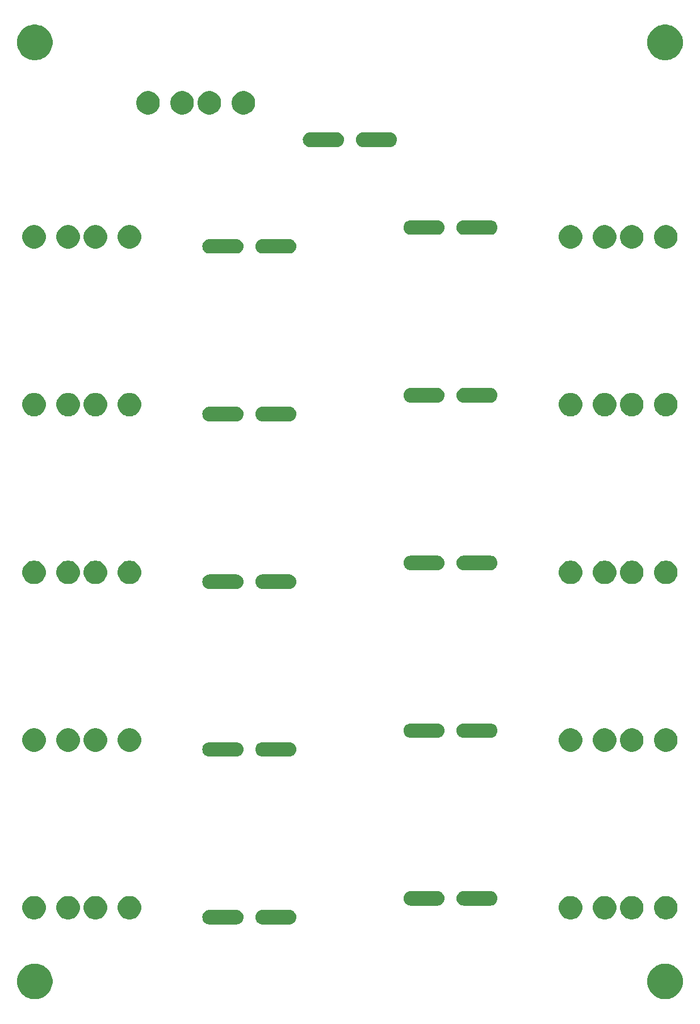
<source format=gbr>
G04 #@! TF.GenerationSoftware,KiCad,Pcbnew,5.1.5-52549c5~84~ubuntu18.04.1*
G04 #@! TF.CreationDate,2020-03-14T18:31:45-06:00*
G04 #@! TF.ProjectId,fuse-board-large,66757365-2d62-46f6-9172-642d6c617267,rev?*
G04 #@! TF.SameCoordinates,Original*
G04 #@! TF.FileFunction,Soldermask,Top*
G04 #@! TF.FilePolarity,Negative*
%FSLAX46Y46*%
G04 Gerber Fmt 4.6, Leading zero omitted, Abs format (unit mm)*
G04 Created by KiCad (PCBNEW 5.1.5-52549c5~84~ubuntu18.04.1) date 2020-03-14 18:31:45*
%MOMM*%
%LPD*%
G04 APERTURE LIST*
%ADD10C,0.100000*%
G04 APERTURE END LIST*
D10*
G36*
X132517184Y-183399938D02*
G01*
X132773268Y-183450876D01*
X132973105Y-183533651D01*
X133255718Y-183650713D01*
X133255719Y-183650714D01*
X133689914Y-183940834D01*
X134059166Y-184310086D01*
X134059167Y-184310088D01*
X134349287Y-184744282D01*
X134549124Y-185226733D01*
X134651000Y-185738898D01*
X134651000Y-186261102D01*
X134549124Y-186773267D01*
X134349287Y-187255718D01*
X134349286Y-187255719D01*
X134059166Y-187689914D01*
X133689914Y-188059166D01*
X133471341Y-188205212D01*
X133255718Y-188349287D01*
X132973105Y-188466349D01*
X132773268Y-188549124D01*
X132517184Y-188600062D01*
X132261102Y-188651000D01*
X131738898Y-188651000D01*
X131482816Y-188600062D01*
X131226732Y-188549124D01*
X131026895Y-188466349D01*
X130744282Y-188349287D01*
X130528659Y-188205212D01*
X130310086Y-188059166D01*
X129940834Y-187689914D01*
X129650714Y-187255719D01*
X129650713Y-187255718D01*
X129450876Y-186773267D01*
X129349000Y-186261102D01*
X129349000Y-185738898D01*
X129450876Y-185226733D01*
X129650713Y-184744282D01*
X129940833Y-184310088D01*
X129940834Y-184310086D01*
X130310086Y-183940834D01*
X130744281Y-183650714D01*
X130744282Y-183650713D01*
X131026895Y-183533651D01*
X131226732Y-183450876D01*
X131482816Y-183399938D01*
X131738898Y-183349000D01*
X132261102Y-183349000D01*
X132517184Y-183399938D01*
G37*
G36*
X38517184Y-183399938D02*
G01*
X38773268Y-183450876D01*
X38973105Y-183533651D01*
X39255718Y-183650713D01*
X39255719Y-183650714D01*
X39689914Y-183940834D01*
X40059166Y-184310086D01*
X40059167Y-184310088D01*
X40349287Y-184744282D01*
X40549124Y-185226733D01*
X40651000Y-185738898D01*
X40651000Y-186261102D01*
X40549124Y-186773267D01*
X40349287Y-187255718D01*
X40349286Y-187255719D01*
X40059166Y-187689914D01*
X39689914Y-188059166D01*
X39471341Y-188205212D01*
X39255718Y-188349287D01*
X38973105Y-188466349D01*
X38773268Y-188549124D01*
X38517184Y-188600062D01*
X38261102Y-188651000D01*
X37738898Y-188651000D01*
X37482816Y-188600062D01*
X37226732Y-188549124D01*
X37026895Y-188466349D01*
X36744282Y-188349287D01*
X36528659Y-188205212D01*
X36310086Y-188059166D01*
X35940834Y-187689914D01*
X35650714Y-187255719D01*
X35650713Y-187255718D01*
X35450876Y-186773267D01*
X35349000Y-186261102D01*
X35349000Y-185738898D01*
X35450876Y-185226733D01*
X35650713Y-184744282D01*
X35940833Y-184310088D01*
X35940834Y-184310086D01*
X36310086Y-183940834D01*
X36744281Y-183650714D01*
X36744282Y-183650713D01*
X37026895Y-183533651D01*
X37226732Y-183450876D01*
X37482816Y-183399938D01*
X37738898Y-183349000D01*
X38261102Y-183349000D01*
X38517184Y-183399938D01*
G37*
G36*
X76036528Y-175319238D02*
G01*
X76142893Y-175329714D01*
X76347605Y-175391813D01*
X76536268Y-175492655D01*
X76558313Y-175510747D01*
X76701634Y-175628366D01*
X76795179Y-175742353D01*
X76837345Y-175793732D01*
X76938187Y-175982395D01*
X77000286Y-176187107D01*
X77021254Y-176400000D01*
X77000286Y-176612893D01*
X76938187Y-176817605D01*
X76837345Y-177006268D01*
X76795179Y-177057647D01*
X76701634Y-177171634D01*
X76587647Y-177265179D01*
X76536268Y-177307345D01*
X76347605Y-177408187D01*
X76142893Y-177470286D01*
X76036528Y-177480762D01*
X75983346Y-177486000D01*
X71916654Y-177486000D01*
X71863472Y-177480762D01*
X71757107Y-177470286D01*
X71552395Y-177408187D01*
X71363732Y-177307345D01*
X71312353Y-177265179D01*
X71198366Y-177171634D01*
X71104821Y-177057647D01*
X71062655Y-177006268D01*
X70961813Y-176817605D01*
X70899714Y-176612893D01*
X70878746Y-176400000D01*
X70899714Y-176187107D01*
X70961813Y-175982395D01*
X71062655Y-175793732D01*
X71104821Y-175742353D01*
X71198366Y-175628366D01*
X71341687Y-175510747D01*
X71363732Y-175492655D01*
X71552395Y-175391813D01*
X71757107Y-175329714D01*
X71863472Y-175319238D01*
X71916654Y-175314000D01*
X75983346Y-175314000D01*
X76036528Y-175319238D01*
G37*
G36*
X68136528Y-175319238D02*
G01*
X68242893Y-175329714D01*
X68447605Y-175391813D01*
X68636268Y-175492655D01*
X68658313Y-175510747D01*
X68801634Y-175628366D01*
X68895179Y-175742353D01*
X68937345Y-175793732D01*
X69038187Y-175982395D01*
X69100286Y-176187107D01*
X69121254Y-176400000D01*
X69100286Y-176612893D01*
X69038187Y-176817605D01*
X68937345Y-177006268D01*
X68895179Y-177057647D01*
X68801634Y-177171634D01*
X68687647Y-177265179D01*
X68636268Y-177307345D01*
X68447605Y-177408187D01*
X68242893Y-177470286D01*
X68136528Y-177480762D01*
X68083346Y-177486000D01*
X64016654Y-177486000D01*
X63963472Y-177480762D01*
X63857107Y-177470286D01*
X63652395Y-177408187D01*
X63463732Y-177307345D01*
X63412353Y-177265179D01*
X63298366Y-177171634D01*
X63204821Y-177057647D01*
X63162655Y-177006268D01*
X63061813Y-176817605D01*
X62999714Y-176612893D01*
X62978746Y-176400000D01*
X62999714Y-176187107D01*
X63061813Y-175982395D01*
X63162655Y-175793732D01*
X63204821Y-175742353D01*
X63298366Y-175628366D01*
X63441687Y-175510747D01*
X63463732Y-175492655D01*
X63652395Y-175391813D01*
X63857107Y-175329714D01*
X63963472Y-175319238D01*
X64016654Y-175314000D01*
X68083346Y-175314000D01*
X68136528Y-175319238D01*
G37*
G36*
X38287985Y-173293860D02*
G01*
X38400748Y-173316290D01*
X38532741Y-173370963D01*
X38719408Y-173448283D01*
X39006196Y-173639909D01*
X39250091Y-173883804D01*
X39441717Y-174170592D01*
X39456494Y-174206267D01*
X39573710Y-174489252D01*
X39641000Y-174827542D01*
X39641000Y-175172458D01*
X39573710Y-175510748D01*
X39519037Y-175642741D01*
X39441717Y-175829408D01*
X39250091Y-176116196D01*
X39006196Y-176360091D01*
X38719408Y-176551717D01*
X38571720Y-176612891D01*
X38400748Y-176683710D01*
X38287985Y-176706140D01*
X38062460Y-176751000D01*
X37717540Y-176751000D01*
X37492015Y-176706140D01*
X37379252Y-176683710D01*
X37208280Y-176612891D01*
X37060592Y-176551717D01*
X36773804Y-176360091D01*
X36529909Y-176116196D01*
X36338283Y-175829408D01*
X36260963Y-175642741D01*
X36206290Y-175510748D01*
X36139000Y-175172458D01*
X36139000Y-174827542D01*
X36206290Y-174489252D01*
X36323506Y-174206267D01*
X36338283Y-174170592D01*
X36529909Y-173883804D01*
X36773804Y-173639909D01*
X37060592Y-173448283D01*
X37247259Y-173370963D01*
X37379252Y-173316290D01*
X37492015Y-173293860D01*
X37717540Y-173249000D01*
X38062460Y-173249000D01*
X38287985Y-173293860D01*
G37*
G36*
X52507985Y-173293860D02*
G01*
X52620748Y-173316290D01*
X52752741Y-173370963D01*
X52939408Y-173448283D01*
X53226196Y-173639909D01*
X53470091Y-173883804D01*
X53661717Y-174170592D01*
X53676494Y-174206267D01*
X53793710Y-174489252D01*
X53861000Y-174827542D01*
X53861000Y-175172458D01*
X53793710Y-175510748D01*
X53739037Y-175642741D01*
X53661717Y-175829408D01*
X53470091Y-176116196D01*
X53226196Y-176360091D01*
X52939408Y-176551717D01*
X52791720Y-176612891D01*
X52620748Y-176683710D01*
X52507985Y-176706140D01*
X52282460Y-176751000D01*
X51937540Y-176751000D01*
X51712015Y-176706140D01*
X51599252Y-176683710D01*
X51428280Y-176612891D01*
X51280592Y-176551717D01*
X50993804Y-176360091D01*
X50749909Y-176116196D01*
X50558283Y-175829408D01*
X50480963Y-175642741D01*
X50426290Y-175510748D01*
X50359000Y-175172458D01*
X50359000Y-174827542D01*
X50426290Y-174489252D01*
X50543506Y-174206267D01*
X50558283Y-174170592D01*
X50749909Y-173883804D01*
X50993804Y-173639909D01*
X51280592Y-173448283D01*
X51467259Y-173370963D01*
X51599252Y-173316290D01*
X51712015Y-173293860D01*
X51937540Y-173249000D01*
X52282460Y-173249000D01*
X52507985Y-173293860D01*
G37*
G36*
X47427985Y-173293860D02*
G01*
X47540748Y-173316290D01*
X47672741Y-173370963D01*
X47859408Y-173448283D01*
X48146196Y-173639909D01*
X48390091Y-173883804D01*
X48581717Y-174170592D01*
X48596494Y-174206267D01*
X48713710Y-174489252D01*
X48781000Y-174827542D01*
X48781000Y-175172458D01*
X48713710Y-175510748D01*
X48659037Y-175642741D01*
X48581717Y-175829408D01*
X48390091Y-176116196D01*
X48146196Y-176360091D01*
X47859408Y-176551717D01*
X47711720Y-176612891D01*
X47540748Y-176683710D01*
X47427985Y-176706140D01*
X47202460Y-176751000D01*
X46857540Y-176751000D01*
X46632015Y-176706140D01*
X46519252Y-176683710D01*
X46348280Y-176612891D01*
X46200592Y-176551717D01*
X45913804Y-176360091D01*
X45669909Y-176116196D01*
X45478283Y-175829408D01*
X45400963Y-175642741D01*
X45346290Y-175510748D01*
X45279000Y-175172458D01*
X45279000Y-174827542D01*
X45346290Y-174489252D01*
X45463506Y-174206267D01*
X45478283Y-174170592D01*
X45669909Y-173883804D01*
X45913804Y-173639909D01*
X46200592Y-173448283D01*
X46387259Y-173370963D01*
X46519252Y-173316290D01*
X46632015Y-173293860D01*
X46857540Y-173249000D01*
X47202460Y-173249000D01*
X47427985Y-173293860D01*
G37*
G36*
X43367985Y-173293860D02*
G01*
X43480748Y-173316290D01*
X43612741Y-173370963D01*
X43799408Y-173448283D01*
X44086196Y-173639909D01*
X44330091Y-173883804D01*
X44521717Y-174170592D01*
X44536494Y-174206267D01*
X44653710Y-174489252D01*
X44721000Y-174827542D01*
X44721000Y-175172458D01*
X44653710Y-175510748D01*
X44599037Y-175642741D01*
X44521717Y-175829408D01*
X44330091Y-176116196D01*
X44086196Y-176360091D01*
X43799408Y-176551717D01*
X43651720Y-176612891D01*
X43480748Y-176683710D01*
X43367985Y-176706140D01*
X43142460Y-176751000D01*
X42797540Y-176751000D01*
X42572015Y-176706140D01*
X42459252Y-176683710D01*
X42288280Y-176612891D01*
X42140592Y-176551717D01*
X41853804Y-176360091D01*
X41609909Y-176116196D01*
X41418283Y-175829408D01*
X41340963Y-175642741D01*
X41286290Y-175510748D01*
X41219000Y-175172458D01*
X41219000Y-174827542D01*
X41286290Y-174489252D01*
X41403506Y-174206267D01*
X41418283Y-174170592D01*
X41609909Y-173883804D01*
X41853804Y-173639909D01*
X42140592Y-173448283D01*
X42327259Y-173370963D01*
X42459252Y-173316290D01*
X42572015Y-173293860D01*
X42797540Y-173249000D01*
X43142460Y-173249000D01*
X43367985Y-173293860D01*
G37*
G36*
X118287985Y-173293860D02*
G01*
X118400748Y-173316290D01*
X118532741Y-173370963D01*
X118719408Y-173448283D01*
X119006196Y-173639909D01*
X119250091Y-173883804D01*
X119441717Y-174170592D01*
X119456494Y-174206267D01*
X119573710Y-174489252D01*
X119641000Y-174827542D01*
X119641000Y-175172458D01*
X119573710Y-175510748D01*
X119519037Y-175642741D01*
X119441717Y-175829408D01*
X119250091Y-176116196D01*
X119006196Y-176360091D01*
X118719408Y-176551717D01*
X118571720Y-176612891D01*
X118400748Y-176683710D01*
X118287985Y-176706140D01*
X118062460Y-176751000D01*
X117717540Y-176751000D01*
X117492015Y-176706140D01*
X117379252Y-176683710D01*
X117208280Y-176612891D01*
X117060592Y-176551717D01*
X116773804Y-176360091D01*
X116529909Y-176116196D01*
X116338283Y-175829408D01*
X116260963Y-175642741D01*
X116206290Y-175510748D01*
X116139000Y-175172458D01*
X116139000Y-174827542D01*
X116206290Y-174489252D01*
X116323506Y-174206267D01*
X116338283Y-174170592D01*
X116529909Y-173883804D01*
X116773804Y-173639909D01*
X117060592Y-173448283D01*
X117247259Y-173370963D01*
X117379252Y-173316290D01*
X117492015Y-173293860D01*
X117717540Y-173249000D01*
X118062460Y-173249000D01*
X118287985Y-173293860D01*
G37*
G36*
X132507985Y-173293860D02*
G01*
X132620748Y-173316290D01*
X132752741Y-173370963D01*
X132939408Y-173448283D01*
X133226196Y-173639909D01*
X133470091Y-173883804D01*
X133661717Y-174170592D01*
X133676494Y-174206267D01*
X133793710Y-174489252D01*
X133861000Y-174827542D01*
X133861000Y-175172458D01*
X133793710Y-175510748D01*
X133739037Y-175642741D01*
X133661717Y-175829408D01*
X133470091Y-176116196D01*
X133226196Y-176360091D01*
X132939408Y-176551717D01*
X132791720Y-176612891D01*
X132620748Y-176683710D01*
X132507985Y-176706140D01*
X132282460Y-176751000D01*
X131937540Y-176751000D01*
X131712015Y-176706140D01*
X131599252Y-176683710D01*
X131428280Y-176612891D01*
X131280592Y-176551717D01*
X130993804Y-176360091D01*
X130749909Y-176116196D01*
X130558283Y-175829408D01*
X130480963Y-175642741D01*
X130426290Y-175510748D01*
X130359000Y-175172458D01*
X130359000Y-174827542D01*
X130426290Y-174489252D01*
X130543506Y-174206267D01*
X130558283Y-174170592D01*
X130749909Y-173883804D01*
X130993804Y-173639909D01*
X131280592Y-173448283D01*
X131467259Y-173370963D01*
X131599252Y-173316290D01*
X131712015Y-173293860D01*
X131937540Y-173249000D01*
X132282460Y-173249000D01*
X132507985Y-173293860D01*
G37*
G36*
X123367985Y-173293860D02*
G01*
X123480748Y-173316290D01*
X123612741Y-173370963D01*
X123799408Y-173448283D01*
X124086196Y-173639909D01*
X124330091Y-173883804D01*
X124521717Y-174170592D01*
X124536494Y-174206267D01*
X124653710Y-174489252D01*
X124721000Y-174827542D01*
X124721000Y-175172458D01*
X124653710Y-175510748D01*
X124599037Y-175642741D01*
X124521717Y-175829408D01*
X124330091Y-176116196D01*
X124086196Y-176360091D01*
X123799408Y-176551717D01*
X123651720Y-176612891D01*
X123480748Y-176683710D01*
X123367985Y-176706140D01*
X123142460Y-176751000D01*
X122797540Y-176751000D01*
X122572015Y-176706140D01*
X122459252Y-176683710D01*
X122288280Y-176612891D01*
X122140592Y-176551717D01*
X121853804Y-176360091D01*
X121609909Y-176116196D01*
X121418283Y-175829408D01*
X121340963Y-175642741D01*
X121286290Y-175510748D01*
X121219000Y-175172458D01*
X121219000Y-174827542D01*
X121286290Y-174489252D01*
X121403506Y-174206267D01*
X121418283Y-174170592D01*
X121609909Y-173883804D01*
X121853804Y-173639909D01*
X122140592Y-173448283D01*
X122327259Y-173370963D01*
X122459252Y-173316290D01*
X122572015Y-173293860D01*
X122797540Y-173249000D01*
X123142460Y-173249000D01*
X123367985Y-173293860D01*
G37*
G36*
X127427985Y-173293860D02*
G01*
X127540748Y-173316290D01*
X127672741Y-173370963D01*
X127859408Y-173448283D01*
X128146196Y-173639909D01*
X128390091Y-173883804D01*
X128581717Y-174170592D01*
X128596494Y-174206267D01*
X128713710Y-174489252D01*
X128781000Y-174827542D01*
X128781000Y-175172458D01*
X128713710Y-175510748D01*
X128659037Y-175642741D01*
X128581717Y-175829408D01*
X128390091Y-176116196D01*
X128146196Y-176360091D01*
X127859408Y-176551717D01*
X127711720Y-176612891D01*
X127540748Y-176683710D01*
X127427985Y-176706140D01*
X127202460Y-176751000D01*
X126857540Y-176751000D01*
X126632015Y-176706140D01*
X126519252Y-176683710D01*
X126348280Y-176612891D01*
X126200592Y-176551717D01*
X125913804Y-176360091D01*
X125669909Y-176116196D01*
X125478283Y-175829408D01*
X125400963Y-175642741D01*
X125346290Y-175510748D01*
X125279000Y-175172458D01*
X125279000Y-174827542D01*
X125346290Y-174489252D01*
X125463506Y-174206267D01*
X125478283Y-174170592D01*
X125669909Y-173883804D01*
X125913804Y-173639909D01*
X126200592Y-173448283D01*
X126387259Y-173370963D01*
X126519252Y-173316290D01*
X126632015Y-173293860D01*
X126857540Y-173249000D01*
X127202460Y-173249000D01*
X127427985Y-173293860D01*
G37*
G36*
X98136528Y-172519238D02*
G01*
X98242893Y-172529714D01*
X98447605Y-172591813D01*
X98636268Y-172692655D01*
X98687647Y-172734821D01*
X98801634Y-172828366D01*
X98895179Y-172942353D01*
X98937345Y-172993732D01*
X99038187Y-173182395D01*
X99100286Y-173387107D01*
X99121254Y-173600000D01*
X99100286Y-173812893D01*
X99038187Y-174017605D01*
X98937345Y-174206268D01*
X98895179Y-174257647D01*
X98801634Y-174371634D01*
X98687647Y-174465179D01*
X98636268Y-174507345D01*
X98447605Y-174608187D01*
X98242893Y-174670286D01*
X98136528Y-174680762D01*
X98083346Y-174686000D01*
X94016654Y-174686000D01*
X93963472Y-174680762D01*
X93857107Y-174670286D01*
X93652395Y-174608187D01*
X93463732Y-174507345D01*
X93412353Y-174465179D01*
X93298366Y-174371634D01*
X93204821Y-174257647D01*
X93162655Y-174206268D01*
X93061813Y-174017605D01*
X92999714Y-173812893D01*
X92978746Y-173600000D01*
X92999714Y-173387107D01*
X93061813Y-173182395D01*
X93162655Y-172993732D01*
X93204821Y-172942353D01*
X93298366Y-172828366D01*
X93412353Y-172734821D01*
X93463732Y-172692655D01*
X93652395Y-172591813D01*
X93857107Y-172529714D01*
X93963472Y-172519238D01*
X94016654Y-172514000D01*
X98083346Y-172514000D01*
X98136528Y-172519238D01*
G37*
G36*
X106036528Y-172519238D02*
G01*
X106142893Y-172529714D01*
X106347605Y-172591813D01*
X106536268Y-172692655D01*
X106587647Y-172734821D01*
X106701634Y-172828366D01*
X106795179Y-172942353D01*
X106837345Y-172993732D01*
X106938187Y-173182395D01*
X107000286Y-173387107D01*
X107021254Y-173600000D01*
X107000286Y-173812893D01*
X106938187Y-174017605D01*
X106837345Y-174206268D01*
X106795179Y-174257647D01*
X106701634Y-174371634D01*
X106587647Y-174465179D01*
X106536268Y-174507345D01*
X106347605Y-174608187D01*
X106142893Y-174670286D01*
X106036528Y-174680762D01*
X105983346Y-174686000D01*
X101916654Y-174686000D01*
X101863472Y-174680762D01*
X101757107Y-174670286D01*
X101552395Y-174608187D01*
X101363732Y-174507345D01*
X101312353Y-174465179D01*
X101198366Y-174371634D01*
X101104821Y-174257647D01*
X101062655Y-174206268D01*
X100961813Y-174017605D01*
X100899714Y-173812893D01*
X100878746Y-173600000D01*
X100899714Y-173387107D01*
X100961813Y-173182395D01*
X101062655Y-172993732D01*
X101104821Y-172942353D01*
X101198366Y-172828366D01*
X101312353Y-172734821D01*
X101363732Y-172692655D01*
X101552395Y-172591813D01*
X101757107Y-172529714D01*
X101863472Y-172519238D01*
X101916654Y-172514000D01*
X105983346Y-172514000D01*
X106036528Y-172519238D01*
G37*
G36*
X76036528Y-150319238D02*
G01*
X76142893Y-150329714D01*
X76347605Y-150391813D01*
X76536268Y-150492655D01*
X76558313Y-150510747D01*
X76701634Y-150628366D01*
X76795179Y-150742353D01*
X76837345Y-150793732D01*
X76938187Y-150982395D01*
X77000286Y-151187107D01*
X77021254Y-151400000D01*
X77000286Y-151612893D01*
X76938187Y-151817605D01*
X76837345Y-152006268D01*
X76795179Y-152057647D01*
X76701634Y-152171634D01*
X76587647Y-152265179D01*
X76536268Y-152307345D01*
X76347605Y-152408187D01*
X76142893Y-152470286D01*
X76036528Y-152480762D01*
X75983346Y-152486000D01*
X71916654Y-152486000D01*
X71863472Y-152480762D01*
X71757107Y-152470286D01*
X71552395Y-152408187D01*
X71363732Y-152307345D01*
X71312353Y-152265179D01*
X71198366Y-152171634D01*
X71104821Y-152057647D01*
X71062655Y-152006268D01*
X70961813Y-151817605D01*
X70899714Y-151612893D01*
X70878746Y-151400000D01*
X70899714Y-151187107D01*
X70961813Y-150982395D01*
X71062655Y-150793732D01*
X71104821Y-150742353D01*
X71198366Y-150628366D01*
X71341687Y-150510747D01*
X71363732Y-150492655D01*
X71552395Y-150391813D01*
X71757107Y-150329714D01*
X71863472Y-150319238D01*
X71916654Y-150314000D01*
X75983346Y-150314000D01*
X76036528Y-150319238D01*
G37*
G36*
X68136528Y-150319238D02*
G01*
X68242893Y-150329714D01*
X68447605Y-150391813D01*
X68636268Y-150492655D01*
X68658313Y-150510747D01*
X68801634Y-150628366D01*
X68895179Y-150742353D01*
X68937345Y-150793732D01*
X69038187Y-150982395D01*
X69100286Y-151187107D01*
X69121254Y-151400000D01*
X69100286Y-151612893D01*
X69038187Y-151817605D01*
X68937345Y-152006268D01*
X68895179Y-152057647D01*
X68801634Y-152171634D01*
X68687647Y-152265179D01*
X68636268Y-152307345D01*
X68447605Y-152408187D01*
X68242893Y-152470286D01*
X68136528Y-152480762D01*
X68083346Y-152486000D01*
X64016654Y-152486000D01*
X63963472Y-152480762D01*
X63857107Y-152470286D01*
X63652395Y-152408187D01*
X63463732Y-152307345D01*
X63412353Y-152265179D01*
X63298366Y-152171634D01*
X63204821Y-152057647D01*
X63162655Y-152006268D01*
X63061813Y-151817605D01*
X62999714Y-151612893D01*
X62978746Y-151400000D01*
X62999714Y-151187107D01*
X63061813Y-150982395D01*
X63162655Y-150793732D01*
X63204821Y-150742353D01*
X63298366Y-150628366D01*
X63441687Y-150510747D01*
X63463732Y-150492655D01*
X63652395Y-150391813D01*
X63857107Y-150329714D01*
X63963472Y-150319238D01*
X64016654Y-150314000D01*
X68083346Y-150314000D01*
X68136528Y-150319238D01*
G37*
G36*
X38287985Y-148293860D02*
G01*
X38400748Y-148316290D01*
X38532741Y-148370963D01*
X38719408Y-148448283D01*
X39006196Y-148639909D01*
X39250091Y-148883804D01*
X39441717Y-149170592D01*
X39456494Y-149206267D01*
X39573710Y-149489252D01*
X39641000Y-149827542D01*
X39641000Y-150172458D01*
X39573710Y-150510748D01*
X39519037Y-150642741D01*
X39441717Y-150829408D01*
X39250091Y-151116196D01*
X39006196Y-151360091D01*
X38719408Y-151551717D01*
X38571720Y-151612891D01*
X38400748Y-151683710D01*
X38287985Y-151706140D01*
X38062460Y-151751000D01*
X37717540Y-151751000D01*
X37492015Y-151706140D01*
X37379252Y-151683710D01*
X37208280Y-151612891D01*
X37060592Y-151551717D01*
X36773804Y-151360091D01*
X36529909Y-151116196D01*
X36338283Y-150829408D01*
X36260963Y-150642741D01*
X36206290Y-150510748D01*
X36139000Y-150172458D01*
X36139000Y-149827542D01*
X36206290Y-149489252D01*
X36323506Y-149206267D01*
X36338283Y-149170592D01*
X36529909Y-148883804D01*
X36773804Y-148639909D01*
X37060592Y-148448283D01*
X37247259Y-148370963D01*
X37379252Y-148316290D01*
X37492015Y-148293860D01*
X37717540Y-148249000D01*
X38062460Y-148249000D01*
X38287985Y-148293860D01*
G37*
G36*
X123367985Y-148293860D02*
G01*
X123480748Y-148316290D01*
X123612741Y-148370963D01*
X123799408Y-148448283D01*
X124086196Y-148639909D01*
X124330091Y-148883804D01*
X124521717Y-149170592D01*
X124536494Y-149206267D01*
X124653710Y-149489252D01*
X124721000Y-149827542D01*
X124721000Y-150172458D01*
X124653710Y-150510748D01*
X124599037Y-150642741D01*
X124521717Y-150829408D01*
X124330091Y-151116196D01*
X124086196Y-151360091D01*
X123799408Y-151551717D01*
X123651720Y-151612891D01*
X123480748Y-151683710D01*
X123367985Y-151706140D01*
X123142460Y-151751000D01*
X122797540Y-151751000D01*
X122572015Y-151706140D01*
X122459252Y-151683710D01*
X122288280Y-151612891D01*
X122140592Y-151551717D01*
X121853804Y-151360091D01*
X121609909Y-151116196D01*
X121418283Y-150829408D01*
X121340963Y-150642741D01*
X121286290Y-150510748D01*
X121219000Y-150172458D01*
X121219000Y-149827542D01*
X121286290Y-149489252D01*
X121403506Y-149206267D01*
X121418283Y-149170592D01*
X121609909Y-148883804D01*
X121853804Y-148639909D01*
X122140592Y-148448283D01*
X122327259Y-148370963D01*
X122459252Y-148316290D01*
X122572015Y-148293860D01*
X122797540Y-148249000D01*
X123142460Y-148249000D01*
X123367985Y-148293860D01*
G37*
G36*
X132507985Y-148293860D02*
G01*
X132620748Y-148316290D01*
X132752741Y-148370963D01*
X132939408Y-148448283D01*
X133226196Y-148639909D01*
X133470091Y-148883804D01*
X133661717Y-149170592D01*
X133676494Y-149206267D01*
X133793710Y-149489252D01*
X133861000Y-149827542D01*
X133861000Y-150172458D01*
X133793710Y-150510748D01*
X133739037Y-150642741D01*
X133661717Y-150829408D01*
X133470091Y-151116196D01*
X133226196Y-151360091D01*
X132939408Y-151551717D01*
X132791720Y-151612891D01*
X132620748Y-151683710D01*
X132507985Y-151706140D01*
X132282460Y-151751000D01*
X131937540Y-151751000D01*
X131712015Y-151706140D01*
X131599252Y-151683710D01*
X131428280Y-151612891D01*
X131280592Y-151551717D01*
X130993804Y-151360091D01*
X130749909Y-151116196D01*
X130558283Y-150829408D01*
X130480963Y-150642741D01*
X130426290Y-150510748D01*
X130359000Y-150172458D01*
X130359000Y-149827542D01*
X130426290Y-149489252D01*
X130543506Y-149206267D01*
X130558283Y-149170592D01*
X130749909Y-148883804D01*
X130993804Y-148639909D01*
X131280592Y-148448283D01*
X131467259Y-148370963D01*
X131599252Y-148316290D01*
X131712015Y-148293860D01*
X131937540Y-148249000D01*
X132282460Y-148249000D01*
X132507985Y-148293860D01*
G37*
G36*
X118287985Y-148293860D02*
G01*
X118400748Y-148316290D01*
X118532741Y-148370963D01*
X118719408Y-148448283D01*
X119006196Y-148639909D01*
X119250091Y-148883804D01*
X119441717Y-149170592D01*
X119456494Y-149206267D01*
X119573710Y-149489252D01*
X119641000Y-149827542D01*
X119641000Y-150172458D01*
X119573710Y-150510748D01*
X119519037Y-150642741D01*
X119441717Y-150829408D01*
X119250091Y-151116196D01*
X119006196Y-151360091D01*
X118719408Y-151551717D01*
X118571720Y-151612891D01*
X118400748Y-151683710D01*
X118287985Y-151706140D01*
X118062460Y-151751000D01*
X117717540Y-151751000D01*
X117492015Y-151706140D01*
X117379252Y-151683710D01*
X117208280Y-151612891D01*
X117060592Y-151551717D01*
X116773804Y-151360091D01*
X116529909Y-151116196D01*
X116338283Y-150829408D01*
X116260963Y-150642741D01*
X116206290Y-150510748D01*
X116139000Y-150172458D01*
X116139000Y-149827542D01*
X116206290Y-149489252D01*
X116323506Y-149206267D01*
X116338283Y-149170592D01*
X116529909Y-148883804D01*
X116773804Y-148639909D01*
X117060592Y-148448283D01*
X117247259Y-148370963D01*
X117379252Y-148316290D01*
X117492015Y-148293860D01*
X117717540Y-148249000D01*
X118062460Y-148249000D01*
X118287985Y-148293860D01*
G37*
G36*
X43367985Y-148293860D02*
G01*
X43480748Y-148316290D01*
X43612741Y-148370963D01*
X43799408Y-148448283D01*
X44086196Y-148639909D01*
X44330091Y-148883804D01*
X44521717Y-149170592D01*
X44536494Y-149206267D01*
X44653710Y-149489252D01*
X44721000Y-149827542D01*
X44721000Y-150172458D01*
X44653710Y-150510748D01*
X44599037Y-150642741D01*
X44521717Y-150829408D01*
X44330091Y-151116196D01*
X44086196Y-151360091D01*
X43799408Y-151551717D01*
X43651720Y-151612891D01*
X43480748Y-151683710D01*
X43367985Y-151706140D01*
X43142460Y-151751000D01*
X42797540Y-151751000D01*
X42572015Y-151706140D01*
X42459252Y-151683710D01*
X42288280Y-151612891D01*
X42140592Y-151551717D01*
X41853804Y-151360091D01*
X41609909Y-151116196D01*
X41418283Y-150829408D01*
X41340963Y-150642741D01*
X41286290Y-150510748D01*
X41219000Y-150172458D01*
X41219000Y-149827542D01*
X41286290Y-149489252D01*
X41403506Y-149206267D01*
X41418283Y-149170592D01*
X41609909Y-148883804D01*
X41853804Y-148639909D01*
X42140592Y-148448283D01*
X42327259Y-148370963D01*
X42459252Y-148316290D01*
X42572015Y-148293860D01*
X42797540Y-148249000D01*
X43142460Y-148249000D01*
X43367985Y-148293860D01*
G37*
G36*
X47427985Y-148293860D02*
G01*
X47540748Y-148316290D01*
X47672741Y-148370963D01*
X47859408Y-148448283D01*
X48146196Y-148639909D01*
X48390091Y-148883804D01*
X48581717Y-149170592D01*
X48596494Y-149206267D01*
X48713710Y-149489252D01*
X48781000Y-149827542D01*
X48781000Y-150172458D01*
X48713710Y-150510748D01*
X48659037Y-150642741D01*
X48581717Y-150829408D01*
X48390091Y-151116196D01*
X48146196Y-151360091D01*
X47859408Y-151551717D01*
X47711720Y-151612891D01*
X47540748Y-151683710D01*
X47427985Y-151706140D01*
X47202460Y-151751000D01*
X46857540Y-151751000D01*
X46632015Y-151706140D01*
X46519252Y-151683710D01*
X46348280Y-151612891D01*
X46200592Y-151551717D01*
X45913804Y-151360091D01*
X45669909Y-151116196D01*
X45478283Y-150829408D01*
X45400963Y-150642741D01*
X45346290Y-150510748D01*
X45279000Y-150172458D01*
X45279000Y-149827542D01*
X45346290Y-149489252D01*
X45463506Y-149206267D01*
X45478283Y-149170592D01*
X45669909Y-148883804D01*
X45913804Y-148639909D01*
X46200592Y-148448283D01*
X46387259Y-148370963D01*
X46519252Y-148316290D01*
X46632015Y-148293860D01*
X46857540Y-148249000D01*
X47202460Y-148249000D01*
X47427985Y-148293860D01*
G37*
G36*
X127427985Y-148293860D02*
G01*
X127540748Y-148316290D01*
X127672741Y-148370963D01*
X127859408Y-148448283D01*
X128146196Y-148639909D01*
X128390091Y-148883804D01*
X128581717Y-149170592D01*
X128596494Y-149206267D01*
X128713710Y-149489252D01*
X128781000Y-149827542D01*
X128781000Y-150172458D01*
X128713710Y-150510748D01*
X128659037Y-150642741D01*
X128581717Y-150829408D01*
X128390091Y-151116196D01*
X128146196Y-151360091D01*
X127859408Y-151551717D01*
X127711720Y-151612891D01*
X127540748Y-151683710D01*
X127427985Y-151706140D01*
X127202460Y-151751000D01*
X126857540Y-151751000D01*
X126632015Y-151706140D01*
X126519252Y-151683710D01*
X126348280Y-151612891D01*
X126200592Y-151551717D01*
X125913804Y-151360091D01*
X125669909Y-151116196D01*
X125478283Y-150829408D01*
X125400963Y-150642741D01*
X125346290Y-150510748D01*
X125279000Y-150172458D01*
X125279000Y-149827542D01*
X125346290Y-149489252D01*
X125463506Y-149206267D01*
X125478283Y-149170592D01*
X125669909Y-148883804D01*
X125913804Y-148639909D01*
X126200592Y-148448283D01*
X126387259Y-148370963D01*
X126519252Y-148316290D01*
X126632015Y-148293860D01*
X126857540Y-148249000D01*
X127202460Y-148249000D01*
X127427985Y-148293860D01*
G37*
G36*
X52507985Y-148293860D02*
G01*
X52620748Y-148316290D01*
X52752741Y-148370963D01*
X52939408Y-148448283D01*
X53226196Y-148639909D01*
X53470091Y-148883804D01*
X53661717Y-149170592D01*
X53676494Y-149206267D01*
X53793710Y-149489252D01*
X53861000Y-149827542D01*
X53861000Y-150172458D01*
X53793710Y-150510748D01*
X53739037Y-150642741D01*
X53661717Y-150829408D01*
X53470091Y-151116196D01*
X53226196Y-151360091D01*
X52939408Y-151551717D01*
X52791720Y-151612891D01*
X52620748Y-151683710D01*
X52507985Y-151706140D01*
X52282460Y-151751000D01*
X51937540Y-151751000D01*
X51712015Y-151706140D01*
X51599252Y-151683710D01*
X51428280Y-151612891D01*
X51280592Y-151551717D01*
X50993804Y-151360091D01*
X50749909Y-151116196D01*
X50558283Y-150829408D01*
X50480963Y-150642741D01*
X50426290Y-150510748D01*
X50359000Y-150172458D01*
X50359000Y-149827542D01*
X50426290Y-149489252D01*
X50543506Y-149206267D01*
X50558283Y-149170592D01*
X50749909Y-148883804D01*
X50993804Y-148639909D01*
X51280592Y-148448283D01*
X51467259Y-148370963D01*
X51599252Y-148316290D01*
X51712015Y-148293860D01*
X51937540Y-148249000D01*
X52282460Y-148249000D01*
X52507985Y-148293860D01*
G37*
G36*
X106036528Y-147519238D02*
G01*
X106142893Y-147529714D01*
X106347605Y-147591813D01*
X106536268Y-147692655D01*
X106587647Y-147734821D01*
X106701634Y-147828366D01*
X106795179Y-147942353D01*
X106837345Y-147993732D01*
X106938187Y-148182395D01*
X107000286Y-148387107D01*
X107021254Y-148600000D01*
X107000286Y-148812893D01*
X106938187Y-149017605D01*
X106837345Y-149206268D01*
X106795179Y-149257647D01*
X106701634Y-149371634D01*
X106587647Y-149465179D01*
X106536268Y-149507345D01*
X106347605Y-149608187D01*
X106142893Y-149670286D01*
X106036528Y-149680762D01*
X105983346Y-149686000D01*
X101916654Y-149686000D01*
X101863472Y-149680762D01*
X101757107Y-149670286D01*
X101552395Y-149608187D01*
X101363732Y-149507345D01*
X101312353Y-149465179D01*
X101198366Y-149371634D01*
X101104821Y-149257647D01*
X101062655Y-149206268D01*
X100961813Y-149017605D01*
X100899714Y-148812893D01*
X100878746Y-148600000D01*
X100899714Y-148387107D01*
X100961813Y-148182395D01*
X101062655Y-147993732D01*
X101104821Y-147942353D01*
X101198366Y-147828366D01*
X101312353Y-147734821D01*
X101363732Y-147692655D01*
X101552395Y-147591813D01*
X101757107Y-147529714D01*
X101863472Y-147519238D01*
X101916654Y-147514000D01*
X105983346Y-147514000D01*
X106036528Y-147519238D01*
G37*
G36*
X98136528Y-147519238D02*
G01*
X98242893Y-147529714D01*
X98447605Y-147591813D01*
X98636268Y-147692655D01*
X98687647Y-147734821D01*
X98801634Y-147828366D01*
X98895179Y-147942353D01*
X98937345Y-147993732D01*
X99038187Y-148182395D01*
X99100286Y-148387107D01*
X99121254Y-148600000D01*
X99100286Y-148812893D01*
X99038187Y-149017605D01*
X98937345Y-149206268D01*
X98895179Y-149257647D01*
X98801634Y-149371634D01*
X98687647Y-149465179D01*
X98636268Y-149507345D01*
X98447605Y-149608187D01*
X98242893Y-149670286D01*
X98136528Y-149680762D01*
X98083346Y-149686000D01*
X94016654Y-149686000D01*
X93963472Y-149680762D01*
X93857107Y-149670286D01*
X93652395Y-149608187D01*
X93463732Y-149507345D01*
X93412353Y-149465179D01*
X93298366Y-149371634D01*
X93204821Y-149257647D01*
X93162655Y-149206268D01*
X93061813Y-149017605D01*
X92999714Y-148812893D01*
X92978746Y-148600000D01*
X92999714Y-148387107D01*
X93061813Y-148182395D01*
X93162655Y-147993732D01*
X93204821Y-147942353D01*
X93298366Y-147828366D01*
X93412353Y-147734821D01*
X93463732Y-147692655D01*
X93652395Y-147591813D01*
X93857107Y-147529714D01*
X93963472Y-147519238D01*
X94016654Y-147514000D01*
X98083346Y-147514000D01*
X98136528Y-147519238D01*
G37*
G36*
X76036528Y-125319238D02*
G01*
X76142893Y-125329714D01*
X76347605Y-125391813D01*
X76536268Y-125492655D01*
X76558313Y-125510747D01*
X76701634Y-125628366D01*
X76795179Y-125742353D01*
X76837345Y-125793732D01*
X76938187Y-125982395D01*
X77000286Y-126187107D01*
X77021254Y-126400000D01*
X77000286Y-126612893D01*
X76938187Y-126817605D01*
X76837345Y-127006268D01*
X76795179Y-127057647D01*
X76701634Y-127171634D01*
X76587647Y-127265179D01*
X76536268Y-127307345D01*
X76347605Y-127408187D01*
X76142893Y-127470286D01*
X76036528Y-127480762D01*
X75983346Y-127486000D01*
X71916654Y-127486000D01*
X71863472Y-127480762D01*
X71757107Y-127470286D01*
X71552395Y-127408187D01*
X71363732Y-127307345D01*
X71312353Y-127265179D01*
X71198366Y-127171634D01*
X71104821Y-127057647D01*
X71062655Y-127006268D01*
X70961813Y-126817605D01*
X70899714Y-126612893D01*
X70878746Y-126400000D01*
X70899714Y-126187107D01*
X70961813Y-125982395D01*
X71062655Y-125793732D01*
X71104821Y-125742353D01*
X71198366Y-125628366D01*
X71341687Y-125510747D01*
X71363732Y-125492655D01*
X71552395Y-125391813D01*
X71757107Y-125329714D01*
X71863472Y-125319238D01*
X71916654Y-125314000D01*
X75983346Y-125314000D01*
X76036528Y-125319238D01*
G37*
G36*
X68136528Y-125319238D02*
G01*
X68242893Y-125329714D01*
X68447605Y-125391813D01*
X68636268Y-125492655D01*
X68658313Y-125510747D01*
X68801634Y-125628366D01*
X68895179Y-125742353D01*
X68937345Y-125793732D01*
X69038187Y-125982395D01*
X69100286Y-126187107D01*
X69121254Y-126400000D01*
X69100286Y-126612893D01*
X69038187Y-126817605D01*
X68937345Y-127006268D01*
X68895179Y-127057647D01*
X68801634Y-127171634D01*
X68687647Y-127265179D01*
X68636268Y-127307345D01*
X68447605Y-127408187D01*
X68242893Y-127470286D01*
X68136528Y-127480762D01*
X68083346Y-127486000D01*
X64016654Y-127486000D01*
X63963472Y-127480762D01*
X63857107Y-127470286D01*
X63652395Y-127408187D01*
X63463732Y-127307345D01*
X63412353Y-127265179D01*
X63298366Y-127171634D01*
X63204821Y-127057647D01*
X63162655Y-127006268D01*
X63061813Y-126817605D01*
X62999714Y-126612893D01*
X62978746Y-126400000D01*
X62999714Y-126187107D01*
X63061813Y-125982395D01*
X63162655Y-125793732D01*
X63204821Y-125742353D01*
X63298366Y-125628366D01*
X63441687Y-125510747D01*
X63463732Y-125492655D01*
X63652395Y-125391813D01*
X63857107Y-125329714D01*
X63963472Y-125319238D01*
X64016654Y-125314000D01*
X68083346Y-125314000D01*
X68136528Y-125319238D01*
G37*
G36*
X52507985Y-123293860D02*
G01*
X52620748Y-123316290D01*
X52752741Y-123370963D01*
X52939408Y-123448283D01*
X53226196Y-123639909D01*
X53470091Y-123883804D01*
X53661717Y-124170592D01*
X53676494Y-124206267D01*
X53793710Y-124489252D01*
X53861000Y-124827542D01*
X53861000Y-125172458D01*
X53793710Y-125510748D01*
X53739037Y-125642741D01*
X53661717Y-125829408D01*
X53470091Y-126116196D01*
X53226196Y-126360091D01*
X52939408Y-126551717D01*
X52791720Y-126612891D01*
X52620748Y-126683710D01*
X52507985Y-126706140D01*
X52282460Y-126751000D01*
X51937540Y-126751000D01*
X51712015Y-126706140D01*
X51599252Y-126683710D01*
X51428280Y-126612891D01*
X51280592Y-126551717D01*
X50993804Y-126360091D01*
X50749909Y-126116196D01*
X50558283Y-125829408D01*
X50480963Y-125642741D01*
X50426290Y-125510748D01*
X50359000Y-125172458D01*
X50359000Y-124827542D01*
X50426290Y-124489252D01*
X50543506Y-124206267D01*
X50558283Y-124170592D01*
X50749909Y-123883804D01*
X50993804Y-123639909D01*
X51280592Y-123448283D01*
X51467259Y-123370963D01*
X51599252Y-123316290D01*
X51712015Y-123293860D01*
X51937540Y-123249000D01*
X52282460Y-123249000D01*
X52507985Y-123293860D01*
G37*
G36*
X47427985Y-123293860D02*
G01*
X47540748Y-123316290D01*
X47672741Y-123370963D01*
X47859408Y-123448283D01*
X48146196Y-123639909D01*
X48390091Y-123883804D01*
X48581717Y-124170592D01*
X48596494Y-124206267D01*
X48713710Y-124489252D01*
X48781000Y-124827542D01*
X48781000Y-125172458D01*
X48713710Y-125510748D01*
X48659037Y-125642741D01*
X48581717Y-125829408D01*
X48390091Y-126116196D01*
X48146196Y-126360091D01*
X47859408Y-126551717D01*
X47711720Y-126612891D01*
X47540748Y-126683710D01*
X47427985Y-126706140D01*
X47202460Y-126751000D01*
X46857540Y-126751000D01*
X46632015Y-126706140D01*
X46519252Y-126683710D01*
X46348280Y-126612891D01*
X46200592Y-126551717D01*
X45913804Y-126360091D01*
X45669909Y-126116196D01*
X45478283Y-125829408D01*
X45400963Y-125642741D01*
X45346290Y-125510748D01*
X45279000Y-125172458D01*
X45279000Y-124827542D01*
X45346290Y-124489252D01*
X45463506Y-124206267D01*
X45478283Y-124170592D01*
X45669909Y-123883804D01*
X45913804Y-123639909D01*
X46200592Y-123448283D01*
X46387259Y-123370963D01*
X46519252Y-123316290D01*
X46632015Y-123293860D01*
X46857540Y-123249000D01*
X47202460Y-123249000D01*
X47427985Y-123293860D01*
G37*
G36*
X43367985Y-123293860D02*
G01*
X43480748Y-123316290D01*
X43612741Y-123370963D01*
X43799408Y-123448283D01*
X44086196Y-123639909D01*
X44330091Y-123883804D01*
X44521717Y-124170592D01*
X44536494Y-124206267D01*
X44653710Y-124489252D01*
X44721000Y-124827542D01*
X44721000Y-125172458D01*
X44653710Y-125510748D01*
X44599037Y-125642741D01*
X44521717Y-125829408D01*
X44330091Y-126116196D01*
X44086196Y-126360091D01*
X43799408Y-126551717D01*
X43651720Y-126612891D01*
X43480748Y-126683710D01*
X43367985Y-126706140D01*
X43142460Y-126751000D01*
X42797540Y-126751000D01*
X42572015Y-126706140D01*
X42459252Y-126683710D01*
X42288280Y-126612891D01*
X42140592Y-126551717D01*
X41853804Y-126360091D01*
X41609909Y-126116196D01*
X41418283Y-125829408D01*
X41340963Y-125642741D01*
X41286290Y-125510748D01*
X41219000Y-125172458D01*
X41219000Y-124827542D01*
X41286290Y-124489252D01*
X41403506Y-124206267D01*
X41418283Y-124170592D01*
X41609909Y-123883804D01*
X41853804Y-123639909D01*
X42140592Y-123448283D01*
X42327259Y-123370963D01*
X42459252Y-123316290D01*
X42572015Y-123293860D01*
X42797540Y-123249000D01*
X43142460Y-123249000D01*
X43367985Y-123293860D01*
G37*
G36*
X38287985Y-123293860D02*
G01*
X38400748Y-123316290D01*
X38532741Y-123370963D01*
X38719408Y-123448283D01*
X39006196Y-123639909D01*
X39250091Y-123883804D01*
X39441717Y-124170592D01*
X39456494Y-124206267D01*
X39573710Y-124489252D01*
X39641000Y-124827542D01*
X39641000Y-125172458D01*
X39573710Y-125510748D01*
X39519037Y-125642741D01*
X39441717Y-125829408D01*
X39250091Y-126116196D01*
X39006196Y-126360091D01*
X38719408Y-126551717D01*
X38571720Y-126612891D01*
X38400748Y-126683710D01*
X38287985Y-126706140D01*
X38062460Y-126751000D01*
X37717540Y-126751000D01*
X37492015Y-126706140D01*
X37379252Y-126683710D01*
X37208280Y-126612891D01*
X37060592Y-126551717D01*
X36773804Y-126360091D01*
X36529909Y-126116196D01*
X36338283Y-125829408D01*
X36260963Y-125642741D01*
X36206290Y-125510748D01*
X36139000Y-125172458D01*
X36139000Y-124827542D01*
X36206290Y-124489252D01*
X36323506Y-124206267D01*
X36338283Y-124170592D01*
X36529909Y-123883804D01*
X36773804Y-123639909D01*
X37060592Y-123448283D01*
X37247259Y-123370963D01*
X37379252Y-123316290D01*
X37492015Y-123293860D01*
X37717540Y-123249000D01*
X38062460Y-123249000D01*
X38287985Y-123293860D01*
G37*
G36*
X123367985Y-123293860D02*
G01*
X123480748Y-123316290D01*
X123612741Y-123370963D01*
X123799408Y-123448283D01*
X124086196Y-123639909D01*
X124330091Y-123883804D01*
X124521717Y-124170592D01*
X124536494Y-124206267D01*
X124653710Y-124489252D01*
X124721000Y-124827542D01*
X124721000Y-125172458D01*
X124653710Y-125510748D01*
X124599037Y-125642741D01*
X124521717Y-125829408D01*
X124330091Y-126116196D01*
X124086196Y-126360091D01*
X123799408Y-126551717D01*
X123651720Y-126612891D01*
X123480748Y-126683710D01*
X123367985Y-126706140D01*
X123142460Y-126751000D01*
X122797540Y-126751000D01*
X122572015Y-126706140D01*
X122459252Y-126683710D01*
X122288280Y-126612891D01*
X122140592Y-126551717D01*
X121853804Y-126360091D01*
X121609909Y-126116196D01*
X121418283Y-125829408D01*
X121340963Y-125642741D01*
X121286290Y-125510748D01*
X121219000Y-125172458D01*
X121219000Y-124827542D01*
X121286290Y-124489252D01*
X121403506Y-124206267D01*
X121418283Y-124170592D01*
X121609909Y-123883804D01*
X121853804Y-123639909D01*
X122140592Y-123448283D01*
X122327259Y-123370963D01*
X122459252Y-123316290D01*
X122572015Y-123293860D01*
X122797540Y-123249000D01*
X123142460Y-123249000D01*
X123367985Y-123293860D01*
G37*
G36*
X132507985Y-123293860D02*
G01*
X132620748Y-123316290D01*
X132752741Y-123370963D01*
X132939408Y-123448283D01*
X133226196Y-123639909D01*
X133470091Y-123883804D01*
X133661717Y-124170592D01*
X133676494Y-124206267D01*
X133793710Y-124489252D01*
X133861000Y-124827542D01*
X133861000Y-125172458D01*
X133793710Y-125510748D01*
X133739037Y-125642741D01*
X133661717Y-125829408D01*
X133470091Y-126116196D01*
X133226196Y-126360091D01*
X132939408Y-126551717D01*
X132791720Y-126612891D01*
X132620748Y-126683710D01*
X132507985Y-126706140D01*
X132282460Y-126751000D01*
X131937540Y-126751000D01*
X131712015Y-126706140D01*
X131599252Y-126683710D01*
X131428280Y-126612891D01*
X131280592Y-126551717D01*
X130993804Y-126360091D01*
X130749909Y-126116196D01*
X130558283Y-125829408D01*
X130480963Y-125642741D01*
X130426290Y-125510748D01*
X130359000Y-125172458D01*
X130359000Y-124827542D01*
X130426290Y-124489252D01*
X130543506Y-124206267D01*
X130558283Y-124170592D01*
X130749909Y-123883804D01*
X130993804Y-123639909D01*
X131280592Y-123448283D01*
X131467259Y-123370963D01*
X131599252Y-123316290D01*
X131712015Y-123293860D01*
X131937540Y-123249000D01*
X132282460Y-123249000D01*
X132507985Y-123293860D01*
G37*
G36*
X118287985Y-123293860D02*
G01*
X118400748Y-123316290D01*
X118532741Y-123370963D01*
X118719408Y-123448283D01*
X119006196Y-123639909D01*
X119250091Y-123883804D01*
X119441717Y-124170592D01*
X119456494Y-124206267D01*
X119573710Y-124489252D01*
X119641000Y-124827542D01*
X119641000Y-125172458D01*
X119573710Y-125510748D01*
X119519037Y-125642741D01*
X119441717Y-125829408D01*
X119250091Y-126116196D01*
X119006196Y-126360091D01*
X118719408Y-126551717D01*
X118571720Y-126612891D01*
X118400748Y-126683710D01*
X118287985Y-126706140D01*
X118062460Y-126751000D01*
X117717540Y-126751000D01*
X117492015Y-126706140D01*
X117379252Y-126683710D01*
X117208280Y-126612891D01*
X117060592Y-126551717D01*
X116773804Y-126360091D01*
X116529909Y-126116196D01*
X116338283Y-125829408D01*
X116260963Y-125642741D01*
X116206290Y-125510748D01*
X116139000Y-125172458D01*
X116139000Y-124827542D01*
X116206290Y-124489252D01*
X116323506Y-124206267D01*
X116338283Y-124170592D01*
X116529909Y-123883804D01*
X116773804Y-123639909D01*
X117060592Y-123448283D01*
X117247259Y-123370963D01*
X117379252Y-123316290D01*
X117492015Y-123293860D01*
X117717540Y-123249000D01*
X118062460Y-123249000D01*
X118287985Y-123293860D01*
G37*
G36*
X127427985Y-123293860D02*
G01*
X127540748Y-123316290D01*
X127672741Y-123370963D01*
X127859408Y-123448283D01*
X128146196Y-123639909D01*
X128390091Y-123883804D01*
X128581717Y-124170592D01*
X128596494Y-124206267D01*
X128713710Y-124489252D01*
X128781000Y-124827542D01*
X128781000Y-125172458D01*
X128713710Y-125510748D01*
X128659037Y-125642741D01*
X128581717Y-125829408D01*
X128390091Y-126116196D01*
X128146196Y-126360091D01*
X127859408Y-126551717D01*
X127711720Y-126612891D01*
X127540748Y-126683710D01*
X127427985Y-126706140D01*
X127202460Y-126751000D01*
X126857540Y-126751000D01*
X126632015Y-126706140D01*
X126519252Y-126683710D01*
X126348280Y-126612891D01*
X126200592Y-126551717D01*
X125913804Y-126360091D01*
X125669909Y-126116196D01*
X125478283Y-125829408D01*
X125400963Y-125642741D01*
X125346290Y-125510748D01*
X125279000Y-125172458D01*
X125279000Y-124827542D01*
X125346290Y-124489252D01*
X125463506Y-124206267D01*
X125478283Y-124170592D01*
X125669909Y-123883804D01*
X125913804Y-123639909D01*
X126200592Y-123448283D01*
X126387259Y-123370963D01*
X126519252Y-123316290D01*
X126632015Y-123293860D01*
X126857540Y-123249000D01*
X127202460Y-123249000D01*
X127427985Y-123293860D01*
G37*
G36*
X106036528Y-122519238D02*
G01*
X106142893Y-122529714D01*
X106347605Y-122591813D01*
X106536268Y-122692655D01*
X106587647Y-122734821D01*
X106701634Y-122828366D01*
X106795179Y-122942353D01*
X106837345Y-122993732D01*
X106938187Y-123182395D01*
X107000286Y-123387107D01*
X107021254Y-123600000D01*
X107000286Y-123812893D01*
X106938187Y-124017605D01*
X106837345Y-124206268D01*
X106795179Y-124257647D01*
X106701634Y-124371634D01*
X106587647Y-124465179D01*
X106536268Y-124507345D01*
X106347605Y-124608187D01*
X106142893Y-124670286D01*
X106036528Y-124680762D01*
X105983346Y-124686000D01*
X101916654Y-124686000D01*
X101863472Y-124680762D01*
X101757107Y-124670286D01*
X101552395Y-124608187D01*
X101363732Y-124507345D01*
X101312353Y-124465179D01*
X101198366Y-124371634D01*
X101104821Y-124257647D01*
X101062655Y-124206268D01*
X100961813Y-124017605D01*
X100899714Y-123812893D01*
X100878746Y-123600000D01*
X100899714Y-123387107D01*
X100961813Y-123182395D01*
X101062655Y-122993732D01*
X101104821Y-122942353D01*
X101198366Y-122828366D01*
X101312353Y-122734821D01*
X101363732Y-122692655D01*
X101552395Y-122591813D01*
X101757107Y-122529714D01*
X101863472Y-122519238D01*
X101916654Y-122514000D01*
X105983346Y-122514000D01*
X106036528Y-122519238D01*
G37*
G36*
X98136528Y-122519238D02*
G01*
X98242893Y-122529714D01*
X98447605Y-122591813D01*
X98636268Y-122692655D01*
X98687647Y-122734821D01*
X98801634Y-122828366D01*
X98895179Y-122942353D01*
X98937345Y-122993732D01*
X99038187Y-123182395D01*
X99100286Y-123387107D01*
X99121254Y-123600000D01*
X99100286Y-123812893D01*
X99038187Y-124017605D01*
X98937345Y-124206268D01*
X98895179Y-124257647D01*
X98801634Y-124371634D01*
X98687647Y-124465179D01*
X98636268Y-124507345D01*
X98447605Y-124608187D01*
X98242893Y-124670286D01*
X98136528Y-124680762D01*
X98083346Y-124686000D01*
X94016654Y-124686000D01*
X93963472Y-124680762D01*
X93857107Y-124670286D01*
X93652395Y-124608187D01*
X93463732Y-124507345D01*
X93412353Y-124465179D01*
X93298366Y-124371634D01*
X93204821Y-124257647D01*
X93162655Y-124206268D01*
X93061813Y-124017605D01*
X92999714Y-123812893D01*
X92978746Y-123600000D01*
X92999714Y-123387107D01*
X93061813Y-123182395D01*
X93162655Y-122993732D01*
X93204821Y-122942353D01*
X93298366Y-122828366D01*
X93412353Y-122734821D01*
X93463732Y-122692655D01*
X93652395Y-122591813D01*
X93857107Y-122529714D01*
X93963472Y-122519238D01*
X94016654Y-122514000D01*
X98083346Y-122514000D01*
X98136528Y-122519238D01*
G37*
G36*
X68136528Y-100319238D02*
G01*
X68242893Y-100329714D01*
X68447605Y-100391813D01*
X68636268Y-100492655D01*
X68658313Y-100510747D01*
X68801634Y-100628366D01*
X68895179Y-100742353D01*
X68937345Y-100793732D01*
X69038187Y-100982395D01*
X69100286Y-101187107D01*
X69121254Y-101400000D01*
X69100286Y-101612893D01*
X69038187Y-101817605D01*
X68937345Y-102006268D01*
X68895179Y-102057647D01*
X68801634Y-102171634D01*
X68687647Y-102265179D01*
X68636268Y-102307345D01*
X68447605Y-102408187D01*
X68242893Y-102470286D01*
X68136528Y-102480762D01*
X68083346Y-102486000D01*
X64016654Y-102486000D01*
X63963472Y-102480762D01*
X63857107Y-102470286D01*
X63652395Y-102408187D01*
X63463732Y-102307345D01*
X63412353Y-102265179D01*
X63298366Y-102171634D01*
X63204821Y-102057647D01*
X63162655Y-102006268D01*
X63061813Y-101817605D01*
X62999714Y-101612893D01*
X62978746Y-101400000D01*
X62999714Y-101187107D01*
X63061813Y-100982395D01*
X63162655Y-100793732D01*
X63204821Y-100742353D01*
X63298366Y-100628366D01*
X63441687Y-100510747D01*
X63463732Y-100492655D01*
X63652395Y-100391813D01*
X63857107Y-100329714D01*
X63963472Y-100319238D01*
X64016654Y-100314000D01*
X68083346Y-100314000D01*
X68136528Y-100319238D01*
G37*
G36*
X76036528Y-100319238D02*
G01*
X76142893Y-100329714D01*
X76347605Y-100391813D01*
X76536268Y-100492655D01*
X76558313Y-100510747D01*
X76701634Y-100628366D01*
X76795179Y-100742353D01*
X76837345Y-100793732D01*
X76938187Y-100982395D01*
X77000286Y-101187107D01*
X77021254Y-101400000D01*
X77000286Y-101612893D01*
X76938187Y-101817605D01*
X76837345Y-102006268D01*
X76795179Y-102057647D01*
X76701634Y-102171634D01*
X76587647Y-102265179D01*
X76536268Y-102307345D01*
X76347605Y-102408187D01*
X76142893Y-102470286D01*
X76036528Y-102480762D01*
X75983346Y-102486000D01*
X71916654Y-102486000D01*
X71863472Y-102480762D01*
X71757107Y-102470286D01*
X71552395Y-102408187D01*
X71363732Y-102307345D01*
X71312353Y-102265179D01*
X71198366Y-102171634D01*
X71104821Y-102057647D01*
X71062655Y-102006268D01*
X70961813Y-101817605D01*
X70899714Y-101612893D01*
X70878746Y-101400000D01*
X70899714Y-101187107D01*
X70961813Y-100982395D01*
X71062655Y-100793732D01*
X71104821Y-100742353D01*
X71198366Y-100628366D01*
X71341687Y-100510747D01*
X71363732Y-100492655D01*
X71552395Y-100391813D01*
X71757107Y-100329714D01*
X71863472Y-100319238D01*
X71916654Y-100314000D01*
X75983346Y-100314000D01*
X76036528Y-100319238D01*
G37*
G36*
X52507985Y-98293860D02*
G01*
X52620748Y-98316290D01*
X52752741Y-98370963D01*
X52939408Y-98448283D01*
X53226196Y-98639909D01*
X53470091Y-98883804D01*
X53661717Y-99170592D01*
X53676494Y-99206267D01*
X53793710Y-99489252D01*
X53861000Y-99827542D01*
X53861000Y-100172458D01*
X53793710Y-100510748D01*
X53739037Y-100642741D01*
X53661717Y-100829408D01*
X53470091Y-101116196D01*
X53226196Y-101360091D01*
X52939408Y-101551717D01*
X52791720Y-101612891D01*
X52620748Y-101683710D01*
X52507985Y-101706140D01*
X52282460Y-101751000D01*
X51937540Y-101751000D01*
X51712015Y-101706140D01*
X51599252Y-101683710D01*
X51428280Y-101612891D01*
X51280592Y-101551717D01*
X50993804Y-101360091D01*
X50749909Y-101116196D01*
X50558283Y-100829408D01*
X50480963Y-100642741D01*
X50426290Y-100510748D01*
X50359000Y-100172458D01*
X50359000Y-99827542D01*
X50426290Y-99489252D01*
X50543506Y-99206267D01*
X50558283Y-99170592D01*
X50749909Y-98883804D01*
X50993804Y-98639909D01*
X51280592Y-98448283D01*
X51467259Y-98370963D01*
X51599252Y-98316290D01*
X51712015Y-98293860D01*
X51937540Y-98249000D01*
X52282460Y-98249000D01*
X52507985Y-98293860D01*
G37*
G36*
X123367985Y-98293860D02*
G01*
X123480748Y-98316290D01*
X123612741Y-98370963D01*
X123799408Y-98448283D01*
X124086196Y-98639909D01*
X124330091Y-98883804D01*
X124521717Y-99170592D01*
X124536494Y-99206267D01*
X124653710Y-99489252D01*
X124721000Y-99827542D01*
X124721000Y-100172458D01*
X124653710Y-100510748D01*
X124599037Y-100642741D01*
X124521717Y-100829408D01*
X124330091Y-101116196D01*
X124086196Y-101360091D01*
X123799408Y-101551717D01*
X123651720Y-101612891D01*
X123480748Y-101683710D01*
X123367985Y-101706140D01*
X123142460Y-101751000D01*
X122797540Y-101751000D01*
X122572015Y-101706140D01*
X122459252Y-101683710D01*
X122288280Y-101612891D01*
X122140592Y-101551717D01*
X121853804Y-101360091D01*
X121609909Y-101116196D01*
X121418283Y-100829408D01*
X121340963Y-100642741D01*
X121286290Y-100510748D01*
X121219000Y-100172458D01*
X121219000Y-99827542D01*
X121286290Y-99489252D01*
X121403506Y-99206267D01*
X121418283Y-99170592D01*
X121609909Y-98883804D01*
X121853804Y-98639909D01*
X122140592Y-98448283D01*
X122327259Y-98370963D01*
X122459252Y-98316290D01*
X122572015Y-98293860D01*
X122797540Y-98249000D01*
X123142460Y-98249000D01*
X123367985Y-98293860D01*
G37*
G36*
X38287985Y-98293860D02*
G01*
X38400748Y-98316290D01*
X38532741Y-98370963D01*
X38719408Y-98448283D01*
X39006196Y-98639909D01*
X39250091Y-98883804D01*
X39441717Y-99170592D01*
X39456494Y-99206267D01*
X39573710Y-99489252D01*
X39641000Y-99827542D01*
X39641000Y-100172458D01*
X39573710Y-100510748D01*
X39519037Y-100642741D01*
X39441717Y-100829408D01*
X39250091Y-101116196D01*
X39006196Y-101360091D01*
X38719408Y-101551717D01*
X38571720Y-101612891D01*
X38400748Y-101683710D01*
X38287985Y-101706140D01*
X38062460Y-101751000D01*
X37717540Y-101751000D01*
X37492015Y-101706140D01*
X37379252Y-101683710D01*
X37208280Y-101612891D01*
X37060592Y-101551717D01*
X36773804Y-101360091D01*
X36529909Y-101116196D01*
X36338283Y-100829408D01*
X36260963Y-100642741D01*
X36206290Y-100510748D01*
X36139000Y-100172458D01*
X36139000Y-99827542D01*
X36206290Y-99489252D01*
X36323506Y-99206267D01*
X36338283Y-99170592D01*
X36529909Y-98883804D01*
X36773804Y-98639909D01*
X37060592Y-98448283D01*
X37247259Y-98370963D01*
X37379252Y-98316290D01*
X37492015Y-98293860D01*
X37717540Y-98249000D01*
X38062460Y-98249000D01*
X38287985Y-98293860D01*
G37*
G36*
X47427985Y-98293860D02*
G01*
X47540748Y-98316290D01*
X47672741Y-98370963D01*
X47859408Y-98448283D01*
X48146196Y-98639909D01*
X48390091Y-98883804D01*
X48581717Y-99170592D01*
X48596494Y-99206267D01*
X48713710Y-99489252D01*
X48781000Y-99827542D01*
X48781000Y-100172458D01*
X48713710Y-100510748D01*
X48659037Y-100642741D01*
X48581717Y-100829408D01*
X48390091Y-101116196D01*
X48146196Y-101360091D01*
X47859408Y-101551717D01*
X47711720Y-101612891D01*
X47540748Y-101683710D01*
X47427985Y-101706140D01*
X47202460Y-101751000D01*
X46857540Y-101751000D01*
X46632015Y-101706140D01*
X46519252Y-101683710D01*
X46348280Y-101612891D01*
X46200592Y-101551717D01*
X45913804Y-101360091D01*
X45669909Y-101116196D01*
X45478283Y-100829408D01*
X45400963Y-100642741D01*
X45346290Y-100510748D01*
X45279000Y-100172458D01*
X45279000Y-99827542D01*
X45346290Y-99489252D01*
X45463506Y-99206267D01*
X45478283Y-99170592D01*
X45669909Y-98883804D01*
X45913804Y-98639909D01*
X46200592Y-98448283D01*
X46387259Y-98370963D01*
X46519252Y-98316290D01*
X46632015Y-98293860D01*
X46857540Y-98249000D01*
X47202460Y-98249000D01*
X47427985Y-98293860D01*
G37*
G36*
X43367985Y-98293860D02*
G01*
X43480748Y-98316290D01*
X43612741Y-98370963D01*
X43799408Y-98448283D01*
X44086196Y-98639909D01*
X44330091Y-98883804D01*
X44521717Y-99170592D01*
X44536494Y-99206267D01*
X44653710Y-99489252D01*
X44721000Y-99827542D01*
X44721000Y-100172458D01*
X44653710Y-100510748D01*
X44599037Y-100642741D01*
X44521717Y-100829408D01*
X44330091Y-101116196D01*
X44086196Y-101360091D01*
X43799408Y-101551717D01*
X43651720Y-101612891D01*
X43480748Y-101683710D01*
X43367985Y-101706140D01*
X43142460Y-101751000D01*
X42797540Y-101751000D01*
X42572015Y-101706140D01*
X42459252Y-101683710D01*
X42288280Y-101612891D01*
X42140592Y-101551717D01*
X41853804Y-101360091D01*
X41609909Y-101116196D01*
X41418283Y-100829408D01*
X41340963Y-100642741D01*
X41286290Y-100510748D01*
X41219000Y-100172458D01*
X41219000Y-99827542D01*
X41286290Y-99489252D01*
X41403506Y-99206267D01*
X41418283Y-99170592D01*
X41609909Y-98883804D01*
X41853804Y-98639909D01*
X42140592Y-98448283D01*
X42327259Y-98370963D01*
X42459252Y-98316290D01*
X42572015Y-98293860D01*
X42797540Y-98249000D01*
X43142460Y-98249000D01*
X43367985Y-98293860D01*
G37*
G36*
X118287985Y-98293860D02*
G01*
X118400748Y-98316290D01*
X118532741Y-98370963D01*
X118719408Y-98448283D01*
X119006196Y-98639909D01*
X119250091Y-98883804D01*
X119441717Y-99170592D01*
X119456494Y-99206267D01*
X119573710Y-99489252D01*
X119641000Y-99827542D01*
X119641000Y-100172458D01*
X119573710Y-100510748D01*
X119519037Y-100642741D01*
X119441717Y-100829408D01*
X119250091Y-101116196D01*
X119006196Y-101360091D01*
X118719408Y-101551717D01*
X118571720Y-101612891D01*
X118400748Y-101683710D01*
X118287985Y-101706140D01*
X118062460Y-101751000D01*
X117717540Y-101751000D01*
X117492015Y-101706140D01*
X117379252Y-101683710D01*
X117208280Y-101612891D01*
X117060592Y-101551717D01*
X116773804Y-101360091D01*
X116529909Y-101116196D01*
X116338283Y-100829408D01*
X116260963Y-100642741D01*
X116206290Y-100510748D01*
X116139000Y-100172458D01*
X116139000Y-99827542D01*
X116206290Y-99489252D01*
X116323506Y-99206267D01*
X116338283Y-99170592D01*
X116529909Y-98883804D01*
X116773804Y-98639909D01*
X117060592Y-98448283D01*
X117247259Y-98370963D01*
X117379252Y-98316290D01*
X117492015Y-98293860D01*
X117717540Y-98249000D01*
X118062460Y-98249000D01*
X118287985Y-98293860D01*
G37*
G36*
X132507985Y-98293860D02*
G01*
X132620748Y-98316290D01*
X132752741Y-98370963D01*
X132939408Y-98448283D01*
X133226196Y-98639909D01*
X133470091Y-98883804D01*
X133661717Y-99170592D01*
X133676494Y-99206267D01*
X133793710Y-99489252D01*
X133861000Y-99827542D01*
X133861000Y-100172458D01*
X133793710Y-100510748D01*
X133739037Y-100642741D01*
X133661717Y-100829408D01*
X133470091Y-101116196D01*
X133226196Y-101360091D01*
X132939408Y-101551717D01*
X132791720Y-101612891D01*
X132620748Y-101683710D01*
X132507985Y-101706140D01*
X132282460Y-101751000D01*
X131937540Y-101751000D01*
X131712015Y-101706140D01*
X131599252Y-101683710D01*
X131428280Y-101612891D01*
X131280592Y-101551717D01*
X130993804Y-101360091D01*
X130749909Y-101116196D01*
X130558283Y-100829408D01*
X130480963Y-100642741D01*
X130426290Y-100510748D01*
X130359000Y-100172458D01*
X130359000Y-99827542D01*
X130426290Y-99489252D01*
X130543506Y-99206267D01*
X130558283Y-99170592D01*
X130749909Y-98883804D01*
X130993804Y-98639909D01*
X131280592Y-98448283D01*
X131467259Y-98370963D01*
X131599252Y-98316290D01*
X131712015Y-98293860D01*
X131937540Y-98249000D01*
X132282460Y-98249000D01*
X132507985Y-98293860D01*
G37*
G36*
X127427985Y-98293860D02*
G01*
X127540748Y-98316290D01*
X127672741Y-98370963D01*
X127859408Y-98448283D01*
X128146196Y-98639909D01*
X128390091Y-98883804D01*
X128581717Y-99170592D01*
X128596494Y-99206267D01*
X128713710Y-99489252D01*
X128781000Y-99827542D01*
X128781000Y-100172458D01*
X128713710Y-100510748D01*
X128659037Y-100642741D01*
X128581717Y-100829408D01*
X128390091Y-101116196D01*
X128146196Y-101360091D01*
X127859408Y-101551717D01*
X127711720Y-101612891D01*
X127540748Y-101683710D01*
X127427985Y-101706140D01*
X127202460Y-101751000D01*
X126857540Y-101751000D01*
X126632015Y-101706140D01*
X126519252Y-101683710D01*
X126348280Y-101612891D01*
X126200592Y-101551717D01*
X125913804Y-101360091D01*
X125669909Y-101116196D01*
X125478283Y-100829408D01*
X125400963Y-100642741D01*
X125346290Y-100510748D01*
X125279000Y-100172458D01*
X125279000Y-99827542D01*
X125346290Y-99489252D01*
X125463506Y-99206267D01*
X125478283Y-99170592D01*
X125669909Y-98883804D01*
X125913804Y-98639909D01*
X126200592Y-98448283D01*
X126387259Y-98370963D01*
X126519252Y-98316290D01*
X126632015Y-98293860D01*
X126857540Y-98249000D01*
X127202460Y-98249000D01*
X127427985Y-98293860D01*
G37*
G36*
X98136528Y-97519238D02*
G01*
X98242893Y-97529714D01*
X98447605Y-97591813D01*
X98636268Y-97692655D01*
X98687647Y-97734821D01*
X98801634Y-97828366D01*
X98895179Y-97942353D01*
X98937345Y-97993732D01*
X99038187Y-98182395D01*
X99100286Y-98387107D01*
X99121254Y-98600000D01*
X99100286Y-98812893D01*
X99038187Y-99017605D01*
X98937345Y-99206268D01*
X98895179Y-99257647D01*
X98801634Y-99371634D01*
X98687647Y-99465179D01*
X98636268Y-99507345D01*
X98447605Y-99608187D01*
X98242893Y-99670286D01*
X98136528Y-99680762D01*
X98083346Y-99686000D01*
X94016654Y-99686000D01*
X93963472Y-99680762D01*
X93857107Y-99670286D01*
X93652395Y-99608187D01*
X93463732Y-99507345D01*
X93412353Y-99465179D01*
X93298366Y-99371634D01*
X93204821Y-99257647D01*
X93162655Y-99206268D01*
X93061813Y-99017605D01*
X92999714Y-98812893D01*
X92978746Y-98600000D01*
X92999714Y-98387107D01*
X93061813Y-98182395D01*
X93162655Y-97993732D01*
X93204821Y-97942353D01*
X93298366Y-97828366D01*
X93412353Y-97734821D01*
X93463732Y-97692655D01*
X93652395Y-97591813D01*
X93857107Y-97529714D01*
X93963472Y-97519238D01*
X94016654Y-97514000D01*
X98083346Y-97514000D01*
X98136528Y-97519238D01*
G37*
G36*
X106036528Y-97519238D02*
G01*
X106142893Y-97529714D01*
X106347605Y-97591813D01*
X106536268Y-97692655D01*
X106587647Y-97734821D01*
X106701634Y-97828366D01*
X106795179Y-97942353D01*
X106837345Y-97993732D01*
X106938187Y-98182395D01*
X107000286Y-98387107D01*
X107021254Y-98600000D01*
X107000286Y-98812893D01*
X106938187Y-99017605D01*
X106837345Y-99206268D01*
X106795179Y-99257647D01*
X106701634Y-99371634D01*
X106587647Y-99465179D01*
X106536268Y-99507345D01*
X106347605Y-99608187D01*
X106142893Y-99670286D01*
X106036528Y-99680762D01*
X105983346Y-99686000D01*
X101916654Y-99686000D01*
X101863472Y-99680762D01*
X101757107Y-99670286D01*
X101552395Y-99608187D01*
X101363732Y-99507345D01*
X101312353Y-99465179D01*
X101198366Y-99371634D01*
X101104821Y-99257647D01*
X101062655Y-99206268D01*
X100961813Y-99017605D01*
X100899714Y-98812893D01*
X100878746Y-98600000D01*
X100899714Y-98387107D01*
X100961813Y-98182395D01*
X101062655Y-97993732D01*
X101104821Y-97942353D01*
X101198366Y-97828366D01*
X101312353Y-97734821D01*
X101363732Y-97692655D01*
X101552395Y-97591813D01*
X101757107Y-97529714D01*
X101863472Y-97519238D01*
X101916654Y-97514000D01*
X105983346Y-97514000D01*
X106036528Y-97519238D01*
G37*
G36*
X76036528Y-75319238D02*
G01*
X76142893Y-75329714D01*
X76347605Y-75391813D01*
X76536268Y-75492655D01*
X76558313Y-75510747D01*
X76701634Y-75628366D01*
X76795179Y-75742353D01*
X76837345Y-75793732D01*
X76938187Y-75982395D01*
X77000286Y-76187107D01*
X77021254Y-76400000D01*
X77000286Y-76612893D01*
X76938187Y-76817605D01*
X76837345Y-77006268D01*
X76795179Y-77057647D01*
X76701634Y-77171634D01*
X76587647Y-77265179D01*
X76536268Y-77307345D01*
X76347605Y-77408187D01*
X76142893Y-77470286D01*
X76036528Y-77480762D01*
X75983346Y-77486000D01*
X71916654Y-77486000D01*
X71863472Y-77480762D01*
X71757107Y-77470286D01*
X71552395Y-77408187D01*
X71363732Y-77307345D01*
X71312353Y-77265179D01*
X71198366Y-77171634D01*
X71104821Y-77057647D01*
X71062655Y-77006268D01*
X70961813Y-76817605D01*
X70899714Y-76612893D01*
X70878746Y-76400000D01*
X70899714Y-76187107D01*
X70961813Y-75982395D01*
X71062655Y-75793732D01*
X71104821Y-75742353D01*
X71198366Y-75628366D01*
X71341687Y-75510747D01*
X71363732Y-75492655D01*
X71552395Y-75391813D01*
X71757107Y-75329714D01*
X71863472Y-75319238D01*
X71916654Y-75314000D01*
X75983346Y-75314000D01*
X76036528Y-75319238D01*
G37*
G36*
X68136528Y-75319238D02*
G01*
X68242893Y-75329714D01*
X68447605Y-75391813D01*
X68636268Y-75492655D01*
X68658313Y-75510747D01*
X68801634Y-75628366D01*
X68895179Y-75742353D01*
X68937345Y-75793732D01*
X69038187Y-75982395D01*
X69100286Y-76187107D01*
X69121254Y-76400000D01*
X69100286Y-76612893D01*
X69038187Y-76817605D01*
X68937345Y-77006268D01*
X68895179Y-77057647D01*
X68801634Y-77171634D01*
X68687647Y-77265179D01*
X68636268Y-77307345D01*
X68447605Y-77408187D01*
X68242893Y-77470286D01*
X68136528Y-77480762D01*
X68083346Y-77486000D01*
X64016654Y-77486000D01*
X63963472Y-77480762D01*
X63857107Y-77470286D01*
X63652395Y-77408187D01*
X63463732Y-77307345D01*
X63412353Y-77265179D01*
X63298366Y-77171634D01*
X63204821Y-77057647D01*
X63162655Y-77006268D01*
X63061813Y-76817605D01*
X62999714Y-76612893D01*
X62978746Y-76400000D01*
X62999714Y-76187107D01*
X63061813Y-75982395D01*
X63162655Y-75793732D01*
X63204821Y-75742353D01*
X63298366Y-75628366D01*
X63441687Y-75510747D01*
X63463732Y-75492655D01*
X63652395Y-75391813D01*
X63857107Y-75329714D01*
X63963472Y-75319238D01*
X64016654Y-75314000D01*
X68083346Y-75314000D01*
X68136528Y-75319238D01*
G37*
G36*
X43367985Y-73293860D02*
G01*
X43480748Y-73316290D01*
X43612741Y-73370963D01*
X43799408Y-73448283D01*
X44086196Y-73639909D01*
X44330091Y-73883804D01*
X44521717Y-74170592D01*
X44536494Y-74206267D01*
X44653710Y-74489252D01*
X44721000Y-74827542D01*
X44721000Y-75172458D01*
X44653710Y-75510748D01*
X44599037Y-75642741D01*
X44521717Y-75829408D01*
X44330091Y-76116196D01*
X44086196Y-76360091D01*
X43799408Y-76551717D01*
X43651720Y-76612891D01*
X43480748Y-76683710D01*
X43367985Y-76706140D01*
X43142460Y-76751000D01*
X42797540Y-76751000D01*
X42572015Y-76706140D01*
X42459252Y-76683710D01*
X42288280Y-76612891D01*
X42140592Y-76551717D01*
X41853804Y-76360091D01*
X41609909Y-76116196D01*
X41418283Y-75829408D01*
X41340963Y-75642741D01*
X41286290Y-75510748D01*
X41219000Y-75172458D01*
X41219000Y-74827542D01*
X41286290Y-74489252D01*
X41403506Y-74206267D01*
X41418283Y-74170592D01*
X41609909Y-73883804D01*
X41853804Y-73639909D01*
X42140592Y-73448283D01*
X42327259Y-73370963D01*
X42459252Y-73316290D01*
X42572015Y-73293860D01*
X42797540Y-73249000D01*
X43142460Y-73249000D01*
X43367985Y-73293860D01*
G37*
G36*
X52507985Y-73293860D02*
G01*
X52620748Y-73316290D01*
X52752741Y-73370963D01*
X52939408Y-73448283D01*
X53226196Y-73639909D01*
X53470091Y-73883804D01*
X53661717Y-74170592D01*
X53676494Y-74206267D01*
X53793710Y-74489252D01*
X53861000Y-74827542D01*
X53861000Y-75172458D01*
X53793710Y-75510748D01*
X53739037Y-75642741D01*
X53661717Y-75829408D01*
X53470091Y-76116196D01*
X53226196Y-76360091D01*
X52939408Y-76551717D01*
X52791720Y-76612891D01*
X52620748Y-76683710D01*
X52507985Y-76706140D01*
X52282460Y-76751000D01*
X51937540Y-76751000D01*
X51712015Y-76706140D01*
X51599252Y-76683710D01*
X51428280Y-76612891D01*
X51280592Y-76551717D01*
X50993804Y-76360091D01*
X50749909Y-76116196D01*
X50558283Y-75829408D01*
X50480963Y-75642741D01*
X50426290Y-75510748D01*
X50359000Y-75172458D01*
X50359000Y-74827542D01*
X50426290Y-74489252D01*
X50543506Y-74206267D01*
X50558283Y-74170592D01*
X50749909Y-73883804D01*
X50993804Y-73639909D01*
X51280592Y-73448283D01*
X51467259Y-73370963D01*
X51599252Y-73316290D01*
X51712015Y-73293860D01*
X51937540Y-73249000D01*
X52282460Y-73249000D01*
X52507985Y-73293860D01*
G37*
G36*
X47427985Y-73293860D02*
G01*
X47540748Y-73316290D01*
X47672741Y-73370963D01*
X47859408Y-73448283D01*
X48146196Y-73639909D01*
X48390091Y-73883804D01*
X48581717Y-74170592D01*
X48596494Y-74206267D01*
X48713710Y-74489252D01*
X48781000Y-74827542D01*
X48781000Y-75172458D01*
X48713710Y-75510748D01*
X48659037Y-75642741D01*
X48581717Y-75829408D01*
X48390091Y-76116196D01*
X48146196Y-76360091D01*
X47859408Y-76551717D01*
X47711720Y-76612891D01*
X47540748Y-76683710D01*
X47427985Y-76706140D01*
X47202460Y-76751000D01*
X46857540Y-76751000D01*
X46632015Y-76706140D01*
X46519252Y-76683710D01*
X46348280Y-76612891D01*
X46200592Y-76551717D01*
X45913804Y-76360091D01*
X45669909Y-76116196D01*
X45478283Y-75829408D01*
X45400963Y-75642741D01*
X45346290Y-75510748D01*
X45279000Y-75172458D01*
X45279000Y-74827542D01*
X45346290Y-74489252D01*
X45463506Y-74206267D01*
X45478283Y-74170592D01*
X45669909Y-73883804D01*
X45913804Y-73639909D01*
X46200592Y-73448283D01*
X46387259Y-73370963D01*
X46519252Y-73316290D01*
X46632015Y-73293860D01*
X46857540Y-73249000D01*
X47202460Y-73249000D01*
X47427985Y-73293860D01*
G37*
G36*
X118287985Y-73293860D02*
G01*
X118400748Y-73316290D01*
X118532741Y-73370963D01*
X118719408Y-73448283D01*
X119006196Y-73639909D01*
X119250091Y-73883804D01*
X119441717Y-74170592D01*
X119456494Y-74206267D01*
X119573710Y-74489252D01*
X119641000Y-74827542D01*
X119641000Y-75172458D01*
X119573710Y-75510748D01*
X119519037Y-75642741D01*
X119441717Y-75829408D01*
X119250091Y-76116196D01*
X119006196Y-76360091D01*
X118719408Y-76551717D01*
X118571720Y-76612891D01*
X118400748Y-76683710D01*
X118287985Y-76706140D01*
X118062460Y-76751000D01*
X117717540Y-76751000D01*
X117492015Y-76706140D01*
X117379252Y-76683710D01*
X117208280Y-76612891D01*
X117060592Y-76551717D01*
X116773804Y-76360091D01*
X116529909Y-76116196D01*
X116338283Y-75829408D01*
X116260963Y-75642741D01*
X116206290Y-75510748D01*
X116139000Y-75172458D01*
X116139000Y-74827542D01*
X116206290Y-74489252D01*
X116323506Y-74206267D01*
X116338283Y-74170592D01*
X116529909Y-73883804D01*
X116773804Y-73639909D01*
X117060592Y-73448283D01*
X117247259Y-73370963D01*
X117379252Y-73316290D01*
X117492015Y-73293860D01*
X117717540Y-73249000D01*
X118062460Y-73249000D01*
X118287985Y-73293860D01*
G37*
G36*
X123367985Y-73293860D02*
G01*
X123480748Y-73316290D01*
X123612741Y-73370963D01*
X123799408Y-73448283D01*
X124086196Y-73639909D01*
X124330091Y-73883804D01*
X124521717Y-74170592D01*
X124536494Y-74206267D01*
X124653710Y-74489252D01*
X124721000Y-74827542D01*
X124721000Y-75172458D01*
X124653710Y-75510748D01*
X124599037Y-75642741D01*
X124521717Y-75829408D01*
X124330091Y-76116196D01*
X124086196Y-76360091D01*
X123799408Y-76551717D01*
X123651720Y-76612891D01*
X123480748Y-76683710D01*
X123367985Y-76706140D01*
X123142460Y-76751000D01*
X122797540Y-76751000D01*
X122572015Y-76706140D01*
X122459252Y-76683710D01*
X122288280Y-76612891D01*
X122140592Y-76551717D01*
X121853804Y-76360091D01*
X121609909Y-76116196D01*
X121418283Y-75829408D01*
X121340963Y-75642741D01*
X121286290Y-75510748D01*
X121219000Y-75172458D01*
X121219000Y-74827542D01*
X121286290Y-74489252D01*
X121403506Y-74206267D01*
X121418283Y-74170592D01*
X121609909Y-73883804D01*
X121853804Y-73639909D01*
X122140592Y-73448283D01*
X122327259Y-73370963D01*
X122459252Y-73316290D01*
X122572015Y-73293860D01*
X122797540Y-73249000D01*
X123142460Y-73249000D01*
X123367985Y-73293860D01*
G37*
G36*
X127427985Y-73293860D02*
G01*
X127540748Y-73316290D01*
X127672741Y-73370963D01*
X127859408Y-73448283D01*
X128146196Y-73639909D01*
X128390091Y-73883804D01*
X128581717Y-74170592D01*
X128596494Y-74206267D01*
X128713710Y-74489252D01*
X128781000Y-74827542D01*
X128781000Y-75172458D01*
X128713710Y-75510748D01*
X128659037Y-75642741D01*
X128581717Y-75829408D01*
X128390091Y-76116196D01*
X128146196Y-76360091D01*
X127859408Y-76551717D01*
X127711720Y-76612891D01*
X127540748Y-76683710D01*
X127427985Y-76706140D01*
X127202460Y-76751000D01*
X126857540Y-76751000D01*
X126632015Y-76706140D01*
X126519252Y-76683710D01*
X126348280Y-76612891D01*
X126200592Y-76551717D01*
X125913804Y-76360091D01*
X125669909Y-76116196D01*
X125478283Y-75829408D01*
X125400963Y-75642741D01*
X125346290Y-75510748D01*
X125279000Y-75172458D01*
X125279000Y-74827542D01*
X125346290Y-74489252D01*
X125463506Y-74206267D01*
X125478283Y-74170592D01*
X125669909Y-73883804D01*
X125913804Y-73639909D01*
X126200592Y-73448283D01*
X126387259Y-73370963D01*
X126519252Y-73316290D01*
X126632015Y-73293860D01*
X126857540Y-73249000D01*
X127202460Y-73249000D01*
X127427985Y-73293860D01*
G37*
G36*
X132507985Y-73293860D02*
G01*
X132620748Y-73316290D01*
X132752741Y-73370963D01*
X132939408Y-73448283D01*
X133226196Y-73639909D01*
X133470091Y-73883804D01*
X133661717Y-74170592D01*
X133676494Y-74206267D01*
X133793710Y-74489252D01*
X133861000Y-74827542D01*
X133861000Y-75172458D01*
X133793710Y-75510748D01*
X133739037Y-75642741D01*
X133661717Y-75829408D01*
X133470091Y-76116196D01*
X133226196Y-76360091D01*
X132939408Y-76551717D01*
X132791720Y-76612891D01*
X132620748Y-76683710D01*
X132507985Y-76706140D01*
X132282460Y-76751000D01*
X131937540Y-76751000D01*
X131712015Y-76706140D01*
X131599252Y-76683710D01*
X131428280Y-76612891D01*
X131280592Y-76551717D01*
X130993804Y-76360091D01*
X130749909Y-76116196D01*
X130558283Y-75829408D01*
X130480963Y-75642741D01*
X130426290Y-75510748D01*
X130359000Y-75172458D01*
X130359000Y-74827542D01*
X130426290Y-74489252D01*
X130543506Y-74206267D01*
X130558283Y-74170592D01*
X130749909Y-73883804D01*
X130993804Y-73639909D01*
X131280592Y-73448283D01*
X131467259Y-73370963D01*
X131599252Y-73316290D01*
X131712015Y-73293860D01*
X131937540Y-73249000D01*
X132282460Y-73249000D01*
X132507985Y-73293860D01*
G37*
G36*
X38287985Y-73293860D02*
G01*
X38400748Y-73316290D01*
X38532741Y-73370963D01*
X38719408Y-73448283D01*
X39006196Y-73639909D01*
X39250091Y-73883804D01*
X39441717Y-74170592D01*
X39456494Y-74206267D01*
X39573710Y-74489252D01*
X39641000Y-74827542D01*
X39641000Y-75172458D01*
X39573710Y-75510748D01*
X39519037Y-75642741D01*
X39441717Y-75829408D01*
X39250091Y-76116196D01*
X39006196Y-76360091D01*
X38719408Y-76551717D01*
X38571720Y-76612891D01*
X38400748Y-76683710D01*
X38287985Y-76706140D01*
X38062460Y-76751000D01*
X37717540Y-76751000D01*
X37492015Y-76706140D01*
X37379252Y-76683710D01*
X37208280Y-76612891D01*
X37060592Y-76551717D01*
X36773804Y-76360091D01*
X36529909Y-76116196D01*
X36338283Y-75829408D01*
X36260963Y-75642741D01*
X36206290Y-75510748D01*
X36139000Y-75172458D01*
X36139000Y-74827542D01*
X36206290Y-74489252D01*
X36323506Y-74206267D01*
X36338283Y-74170592D01*
X36529909Y-73883804D01*
X36773804Y-73639909D01*
X37060592Y-73448283D01*
X37247259Y-73370963D01*
X37379252Y-73316290D01*
X37492015Y-73293860D01*
X37717540Y-73249000D01*
X38062460Y-73249000D01*
X38287985Y-73293860D01*
G37*
G36*
X106036528Y-72519238D02*
G01*
X106142893Y-72529714D01*
X106347605Y-72591813D01*
X106536268Y-72692655D01*
X106587647Y-72734821D01*
X106701634Y-72828366D01*
X106795179Y-72942353D01*
X106837345Y-72993732D01*
X106938187Y-73182395D01*
X107000286Y-73387107D01*
X107021254Y-73600000D01*
X107000286Y-73812893D01*
X106938187Y-74017605D01*
X106837345Y-74206268D01*
X106795179Y-74257647D01*
X106701634Y-74371634D01*
X106587647Y-74465179D01*
X106536268Y-74507345D01*
X106347605Y-74608187D01*
X106142893Y-74670286D01*
X106036528Y-74680762D01*
X105983346Y-74686000D01*
X101916654Y-74686000D01*
X101863472Y-74680762D01*
X101757107Y-74670286D01*
X101552395Y-74608187D01*
X101363732Y-74507345D01*
X101312353Y-74465179D01*
X101198366Y-74371634D01*
X101104821Y-74257647D01*
X101062655Y-74206268D01*
X100961813Y-74017605D01*
X100899714Y-73812893D01*
X100878746Y-73600000D01*
X100899714Y-73387107D01*
X100961813Y-73182395D01*
X101062655Y-72993732D01*
X101104821Y-72942353D01*
X101198366Y-72828366D01*
X101312353Y-72734821D01*
X101363732Y-72692655D01*
X101552395Y-72591813D01*
X101757107Y-72529714D01*
X101863472Y-72519238D01*
X101916654Y-72514000D01*
X105983346Y-72514000D01*
X106036528Y-72519238D01*
G37*
G36*
X98136528Y-72519238D02*
G01*
X98242893Y-72529714D01*
X98447605Y-72591813D01*
X98636268Y-72692655D01*
X98687647Y-72734821D01*
X98801634Y-72828366D01*
X98895179Y-72942353D01*
X98937345Y-72993732D01*
X99038187Y-73182395D01*
X99100286Y-73387107D01*
X99121254Y-73600000D01*
X99100286Y-73812893D01*
X99038187Y-74017605D01*
X98937345Y-74206268D01*
X98895179Y-74257647D01*
X98801634Y-74371634D01*
X98687647Y-74465179D01*
X98636268Y-74507345D01*
X98447605Y-74608187D01*
X98242893Y-74670286D01*
X98136528Y-74680762D01*
X98083346Y-74686000D01*
X94016654Y-74686000D01*
X93963472Y-74680762D01*
X93857107Y-74670286D01*
X93652395Y-74608187D01*
X93463732Y-74507345D01*
X93412353Y-74465179D01*
X93298366Y-74371634D01*
X93204821Y-74257647D01*
X93162655Y-74206268D01*
X93061813Y-74017605D01*
X92999714Y-73812893D01*
X92978746Y-73600000D01*
X92999714Y-73387107D01*
X93061813Y-73182395D01*
X93162655Y-72993732D01*
X93204821Y-72942353D01*
X93298366Y-72828366D01*
X93412353Y-72734821D01*
X93463732Y-72692655D01*
X93652395Y-72591813D01*
X93857107Y-72529714D01*
X93963472Y-72519238D01*
X94016654Y-72514000D01*
X98083346Y-72514000D01*
X98136528Y-72519238D01*
G37*
G36*
X91036528Y-59419238D02*
G01*
X91142893Y-59429714D01*
X91347605Y-59491813D01*
X91536268Y-59592655D01*
X91587647Y-59634821D01*
X91701634Y-59728366D01*
X91795179Y-59842353D01*
X91837345Y-59893732D01*
X91938187Y-60082395D01*
X92000286Y-60287107D01*
X92021254Y-60500000D01*
X92000286Y-60712893D01*
X91938187Y-60917605D01*
X91837345Y-61106268D01*
X91795179Y-61157647D01*
X91701634Y-61271634D01*
X91587647Y-61365179D01*
X91536268Y-61407345D01*
X91347605Y-61508187D01*
X91142893Y-61570286D01*
X91036528Y-61580762D01*
X90983346Y-61586000D01*
X86916654Y-61586000D01*
X86863472Y-61580762D01*
X86757107Y-61570286D01*
X86552395Y-61508187D01*
X86363732Y-61407345D01*
X86312353Y-61365179D01*
X86198366Y-61271634D01*
X86104821Y-61157647D01*
X86062655Y-61106268D01*
X85961813Y-60917605D01*
X85899714Y-60712893D01*
X85878746Y-60500000D01*
X85899714Y-60287107D01*
X85961813Y-60082395D01*
X86062655Y-59893732D01*
X86104821Y-59842353D01*
X86198366Y-59728366D01*
X86312353Y-59634821D01*
X86363732Y-59592655D01*
X86552395Y-59491813D01*
X86757107Y-59429714D01*
X86863472Y-59419238D01*
X86916654Y-59414000D01*
X90983346Y-59414000D01*
X91036528Y-59419238D01*
G37*
G36*
X83136528Y-59419238D02*
G01*
X83242893Y-59429714D01*
X83447605Y-59491813D01*
X83636268Y-59592655D01*
X83687647Y-59634821D01*
X83801634Y-59728366D01*
X83895179Y-59842353D01*
X83937345Y-59893732D01*
X84038187Y-60082395D01*
X84100286Y-60287107D01*
X84121254Y-60500000D01*
X84100286Y-60712893D01*
X84038187Y-60917605D01*
X83937345Y-61106268D01*
X83895179Y-61157647D01*
X83801634Y-61271634D01*
X83687647Y-61365179D01*
X83636268Y-61407345D01*
X83447605Y-61508187D01*
X83242893Y-61570286D01*
X83136528Y-61580762D01*
X83083346Y-61586000D01*
X79016654Y-61586000D01*
X78963472Y-61580762D01*
X78857107Y-61570286D01*
X78652395Y-61508187D01*
X78463732Y-61407345D01*
X78412353Y-61365179D01*
X78298366Y-61271634D01*
X78204821Y-61157647D01*
X78162655Y-61106268D01*
X78061813Y-60917605D01*
X77999714Y-60712893D01*
X77978746Y-60500000D01*
X77999714Y-60287107D01*
X78061813Y-60082395D01*
X78162655Y-59893732D01*
X78204821Y-59842353D01*
X78298366Y-59728366D01*
X78412353Y-59634821D01*
X78463732Y-59592655D01*
X78652395Y-59491813D01*
X78857107Y-59429714D01*
X78963472Y-59419238D01*
X79016654Y-59414000D01*
X83083346Y-59414000D01*
X83136528Y-59419238D01*
G37*
G36*
X60367985Y-53293860D02*
G01*
X60480748Y-53316290D01*
X60612741Y-53370963D01*
X60799408Y-53448283D01*
X61086196Y-53639909D01*
X61330091Y-53883804D01*
X61521717Y-54170592D01*
X61653710Y-54489253D01*
X61721000Y-54827540D01*
X61721000Y-55172460D01*
X61653710Y-55510747D01*
X61521717Y-55829408D01*
X61330091Y-56116196D01*
X61086196Y-56360091D01*
X60799408Y-56551717D01*
X60612741Y-56629037D01*
X60480748Y-56683710D01*
X60367985Y-56706140D01*
X60142460Y-56751000D01*
X59797540Y-56751000D01*
X59572015Y-56706140D01*
X59459252Y-56683710D01*
X59327259Y-56629037D01*
X59140592Y-56551717D01*
X58853804Y-56360091D01*
X58609909Y-56116196D01*
X58418283Y-55829408D01*
X58286290Y-55510747D01*
X58219000Y-55172460D01*
X58219000Y-54827540D01*
X58286290Y-54489253D01*
X58418283Y-54170592D01*
X58609909Y-53883804D01*
X58853804Y-53639909D01*
X59140592Y-53448283D01*
X59327259Y-53370963D01*
X59459252Y-53316290D01*
X59572015Y-53293860D01*
X59797540Y-53249000D01*
X60142460Y-53249000D01*
X60367985Y-53293860D01*
G37*
G36*
X69507985Y-53293860D02*
G01*
X69620748Y-53316290D01*
X69752741Y-53370963D01*
X69939408Y-53448283D01*
X70226196Y-53639909D01*
X70470091Y-53883804D01*
X70661717Y-54170592D01*
X70793710Y-54489253D01*
X70861000Y-54827540D01*
X70861000Y-55172460D01*
X70793710Y-55510747D01*
X70661717Y-55829408D01*
X70470091Y-56116196D01*
X70226196Y-56360091D01*
X69939408Y-56551717D01*
X69752741Y-56629037D01*
X69620748Y-56683710D01*
X69507985Y-56706140D01*
X69282460Y-56751000D01*
X68937540Y-56751000D01*
X68712015Y-56706140D01*
X68599252Y-56683710D01*
X68467259Y-56629037D01*
X68280592Y-56551717D01*
X67993804Y-56360091D01*
X67749909Y-56116196D01*
X67558283Y-55829408D01*
X67426290Y-55510747D01*
X67359000Y-55172460D01*
X67359000Y-54827540D01*
X67426290Y-54489253D01*
X67558283Y-54170592D01*
X67749909Y-53883804D01*
X67993804Y-53639909D01*
X68280592Y-53448283D01*
X68467259Y-53370963D01*
X68599252Y-53316290D01*
X68712015Y-53293860D01*
X68937540Y-53249000D01*
X69282460Y-53249000D01*
X69507985Y-53293860D01*
G37*
G36*
X55287985Y-53293860D02*
G01*
X55400748Y-53316290D01*
X55532741Y-53370963D01*
X55719408Y-53448283D01*
X56006196Y-53639909D01*
X56250091Y-53883804D01*
X56441717Y-54170592D01*
X56573710Y-54489253D01*
X56641000Y-54827540D01*
X56641000Y-55172460D01*
X56573710Y-55510747D01*
X56441717Y-55829408D01*
X56250091Y-56116196D01*
X56006196Y-56360091D01*
X55719408Y-56551717D01*
X55532741Y-56629037D01*
X55400748Y-56683710D01*
X55287985Y-56706140D01*
X55062460Y-56751000D01*
X54717540Y-56751000D01*
X54492015Y-56706140D01*
X54379252Y-56683710D01*
X54247259Y-56629037D01*
X54060592Y-56551717D01*
X53773804Y-56360091D01*
X53529909Y-56116196D01*
X53338283Y-55829408D01*
X53206290Y-55510747D01*
X53139000Y-55172460D01*
X53139000Y-54827540D01*
X53206290Y-54489253D01*
X53338283Y-54170592D01*
X53529909Y-53883804D01*
X53773804Y-53639909D01*
X54060592Y-53448283D01*
X54247259Y-53370963D01*
X54379252Y-53316290D01*
X54492015Y-53293860D01*
X54717540Y-53249000D01*
X55062460Y-53249000D01*
X55287985Y-53293860D01*
G37*
G36*
X64427985Y-53293860D02*
G01*
X64540748Y-53316290D01*
X64672741Y-53370963D01*
X64859408Y-53448283D01*
X65146196Y-53639909D01*
X65390091Y-53883804D01*
X65581717Y-54170592D01*
X65713710Y-54489253D01*
X65781000Y-54827540D01*
X65781000Y-55172460D01*
X65713710Y-55510747D01*
X65581717Y-55829408D01*
X65390091Y-56116196D01*
X65146196Y-56360091D01*
X64859408Y-56551717D01*
X64672741Y-56629037D01*
X64540748Y-56683710D01*
X64427985Y-56706140D01*
X64202460Y-56751000D01*
X63857540Y-56751000D01*
X63632015Y-56706140D01*
X63519252Y-56683710D01*
X63387259Y-56629037D01*
X63200592Y-56551717D01*
X62913804Y-56360091D01*
X62669909Y-56116196D01*
X62478283Y-55829408D01*
X62346290Y-55510747D01*
X62279000Y-55172460D01*
X62279000Y-54827540D01*
X62346290Y-54489253D01*
X62478283Y-54170592D01*
X62669909Y-53883804D01*
X62913804Y-53639909D01*
X63200592Y-53448283D01*
X63387259Y-53370963D01*
X63519252Y-53316290D01*
X63632015Y-53293860D01*
X63857540Y-53249000D01*
X64202460Y-53249000D01*
X64427985Y-53293860D01*
G37*
G36*
X132517184Y-43399938D02*
G01*
X132773268Y-43450876D01*
X132973105Y-43533651D01*
X133255718Y-43650713D01*
X133255719Y-43650714D01*
X133689914Y-43940834D01*
X134059166Y-44310086D01*
X134059167Y-44310088D01*
X134349287Y-44744282D01*
X134549124Y-45226733D01*
X134651000Y-45738898D01*
X134651000Y-46261102D01*
X134549124Y-46773267D01*
X134349287Y-47255718D01*
X134349286Y-47255719D01*
X134059166Y-47689914D01*
X133689914Y-48059166D01*
X133471341Y-48205212D01*
X133255718Y-48349287D01*
X132973105Y-48466349D01*
X132773268Y-48549124D01*
X132517184Y-48600062D01*
X132261102Y-48651000D01*
X131738898Y-48651000D01*
X131482816Y-48600062D01*
X131226732Y-48549124D01*
X131026895Y-48466349D01*
X130744282Y-48349287D01*
X130528659Y-48205212D01*
X130310086Y-48059166D01*
X129940834Y-47689914D01*
X129650714Y-47255719D01*
X129650713Y-47255718D01*
X129450876Y-46773267D01*
X129349000Y-46261102D01*
X129349000Y-45738898D01*
X129450876Y-45226733D01*
X129650713Y-44744282D01*
X129940833Y-44310088D01*
X129940834Y-44310086D01*
X130310086Y-43940834D01*
X130744281Y-43650714D01*
X130744282Y-43650713D01*
X131026895Y-43533651D01*
X131226732Y-43450876D01*
X131482816Y-43399938D01*
X131738898Y-43349000D01*
X132261102Y-43349000D01*
X132517184Y-43399938D01*
G37*
G36*
X38517184Y-43399938D02*
G01*
X38773268Y-43450876D01*
X38973105Y-43533651D01*
X39255718Y-43650713D01*
X39255719Y-43650714D01*
X39689914Y-43940834D01*
X40059166Y-44310086D01*
X40059167Y-44310088D01*
X40349287Y-44744282D01*
X40549124Y-45226733D01*
X40651000Y-45738898D01*
X40651000Y-46261102D01*
X40549124Y-46773267D01*
X40349287Y-47255718D01*
X40349286Y-47255719D01*
X40059166Y-47689914D01*
X39689914Y-48059166D01*
X39471341Y-48205212D01*
X39255718Y-48349287D01*
X38973105Y-48466349D01*
X38773268Y-48549124D01*
X38517184Y-48600062D01*
X38261102Y-48651000D01*
X37738898Y-48651000D01*
X37482816Y-48600062D01*
X37226732Y-48549124D01*
X37026895Y-48466349D01*
X36744282Y-48349287D01*
X36528659Y-48205212D01*
X36310086Y-48059166D01*
X35940834Y-47689914D01*
X35650714Y-47255719D01*
X35650713Y-47255718D01*
X35450876Y-46773267D01*
X35349000Y-46261102D01*
X35349000Y-45738898D01*
X35450876Y-45226733D01*
X35650713Y-44744282D01*
X35940833Y-44310088D01*
X35940834Y-44310086D01*
X36310086Y-43940834D01*
X36744281Y-43650714D01*
X36744282Y-43650713D01*
X37026895Y-43533651D01*
X37226732Y-43450876D01*
X37482816Y-43399938D01*
X37738898Y-43349000D01*
X38261102Y-43349000D01*
X38517184Y-43399938D01*
G37*
M02*

</source>
